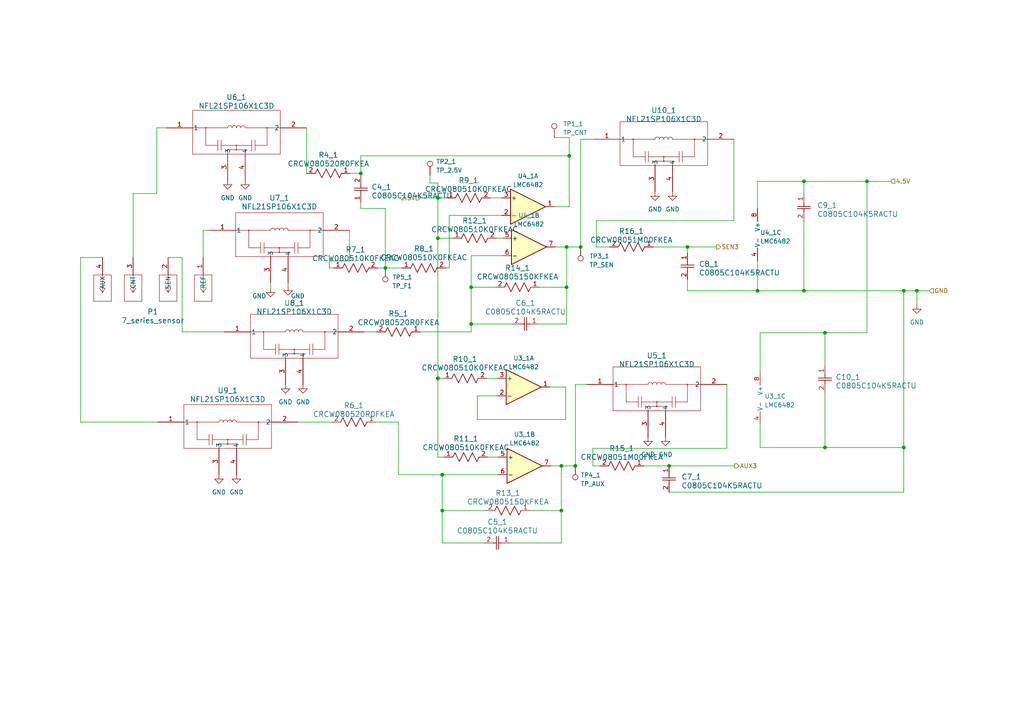
<source format=kicad_sch>
(kicad_sch (version 20230121) (generator eeschema)

  (uuid a23f4357-244d-4219-a060-3eb9e6d95b6b)

  (paper "A4")

  (lib_symbols
    (symbol "2023-07-19_08-42-50:NFL21SP106X1C3D" (pin_names (offset 0.254)) (in_bom yes) (on_board yes)
      (property "Reference" "U" (at 20.32 10.16 0)
        (effects (font (size 1.524 1.524)))
      )
      (property "Value" "NFL21SP106X1C3D" (at 20.32 7.62 0)
        (effects (font (size 1.524 1.524)))
      )
      (property "Footprint" "GCAP_NFL21SP106X1C3D_MUR" (at 0 0 0)
        (effects (font (size 1.27 1.27) italic) hide)
      )
      (property "Datasheet" "NFL21SP106X1C3D" (at 0 0 0)
        (effects (font (size 1.27 1.27) italic) hide)
      )
      (property "ki_locked" "" (at 0 0 0)
        (effects (font (size 1.27 1.27)))
      )
      (property "ki_keywords" "NFL21SP106X1C3D" (at 0 0 0)
        (effects (font (size 1.27 1.27)) hide)
      )
      (property "ki_fp_filters" "GCAP_NFL21SP106X1C3D_MUR GCAP_NFL21SP106X1C3D_MUR-M GCAP_NFL21SP106X1C3D_MUR-L" (at 0 0 0)
        (effects (font (size 1.27 1.27)) hide)
      )
      (symbol "NFL21SP106X1C3D_0_1"
        (polyline
          (pts
            (xy 7.62 -7.62)
            (xy 33.02 -7.62)
          )
          (stroke (width 0.127) (type default))
          (fill (type none))
        )
        (polyline
          (pts
            (xy 7.62 0)
            (xy 17.78 0)
          )
          (stroke (width 0.127) (type default))
          (fill (type none))
        )
        (polyline
          (pts
            (xy 7.62 5.08)
            (xy 7.62 -7.62)
          )
          (stroke (width 0.127) (type default))
          (fill (type none))
        )
        (polyline
          (pts
            (xy 11.43 -5.08)
            (xy 14.9225 -5.08)
          )
          (stroke (width 0.127) (type default))
          (fill (type none))
        )
        (polyline
          (pts
            (xy 11.43 0)
            (xy 11.43 -5.08)
          )
          (stroke (width 0.127) (type default))
          (fill (type none))
        )
        (polyline
          (pts
            (xy 14.9225 -3.4925)
            (xy 14.9225 -6.6675)
          )
          (stroke (width 0.127) (type default))
          (fill (type none))
        )
        (polyline
          (pts
            (xy 15.875 -6.6675)
            (xy 15.875 -3.4925)
          )
          (stroke (width 0.127) (type default))
          (fill (type none))
        )
        (polyline
          (pts
            (xy 17.78 -6.35)
            (xy 17.78 -7.62)
          )
          (stroke (width 0.127) (type default))
          (fill (type none))
        )
        (polyline
          (pts
            (xy 17.78 -6.35)
            (xy 22.86 -6.35)
          )
          (stroke (width 0.127) (type default))
          (fill (type none))
        )
        (polyline
          (pts
            (xy 20.32 -6.35)
            (xy 20.32 -5.08)
          )
          (stroke (width 0.127) (type default))
          (fill (type none))
        )
        (polyline
          (pts
            (xy 22.86 -6.35)
            (xy 22.86 -7.62)
          )
          (stroke (width 0.127) (type default))
          (fill (type none))
        )
        (polyline
          (pts
            (xy 22.86 0)
            (xy 33.02 0)
          )
          (stroke (width 0.127) (type default))
          (fill (type none))
        )
        (polyline
          (pts
            (xy 24.765 -5.08)
            (xy 15.875 -5.08)
          )
          (stroke (width 0.127) (type default))
          (fill (type none))
        )
        (polyline
          (pts
            (xy 24.765 -3.4925)
            (xy 24.765 -6.6675)
          )
          (stroke (width 0.127) (type default))
          (fill (type none))
        )
        (polyline
          (pts
            (xy 25.7175 -5.08)
            (xy 29.21 -5.08)
          )
          (stroke (width 0.127) (type default))
          (fill (type none))
        )
        (polyline
          (pts
            (xy 25.7175 -3.4925)
            (xy 25.7175 -6.6675)
          )
          (stroke (width 0.127) (type default))
          (fill (type none))
        )
        (polyline
          (pts
            (xy 29.21 0)
            (xy 29.21 -5.08)
          )
          (stroke (width 0.127) (type default))
          (fill (type none))
        )
        (polyline
          (pts
            (xy 33.02 -7.62)
            (xy 33.02 5.08)
          )
          (stroke (width 0.127) (type default))
          (fill (type none))
        )
        (polyline
          (pts
            (xy 33.02 5.08)
            (xy 7.62 5.08)
          )
          (stroke (width 0.127) (type default))
          (fill (type none))
        )
        (circle (center 11.43 0) (radius 0.127)
          (stroke (width 0.127) (type default))
          (fill (type none))
        )
        (arc (start 19.05 0) (mid 18.415 0.6323) (end 17.78 0)
          (stroke (width 0.127) (type default))
          (fill (type none))
        )
        (circle (center 20.32 -6.35) (radius 0.127)
          (stroke (width 0.127) (type default))
          (fill (type none))
        )
        (circle (center 20.32 -5.08) (radius 0.127)
          (stroke (width 0.127) (type default))
          (fill (type none))
        )
        (arc (start 20.32 0) (mid 19.685 0.6323) (end 19.05 0)
          (stroke (width 0.127) (type default))
          (fill (type none))
        )
        (arc (start 21.59 0) (mid 20.955 0.6323) (end 20.32 0)
          (stroke (width 0.127) (type default))
          (fill (type none))
        )
        (arc (start 22.86 0) (mid 22.225 0.6323) (end 21.59 0)
          (stroke (width 0.127) (type default))
          (fill (type none))
        )
        (circle (center 29.21 0) (radius 0.127)
          (stroke (width 0.127) (type default))
          (fill (type none))
        )
        (pin unspecified line (at 0 0 0) (length 7.62)
          (name "1" (effects (font (size 1.27 1.27))))
          (number "1" (effects (font (size 1.27 1.27))))
        )
        (pin unspecified line (at 40.64 0 180) (length 7.62)
          (name "2" (effects (font (size 1.27 1.27))))
          (number "2" (effects (font (size 1.27 1.27))))
        )
        (pin unspecified line (at 17.78 -15.24 90) (length 7.62)
          (name "3" (effects (font (size 1.27 1.27))))
          (number "3" (effects (font (size 1.27 1.27))))
        )
        (pin unspecified line (at 22.86 -15.24 90) (length 7.62)
          (name "4" (effects (font (size 1.27 1.27))))
          (number "4" (effects (font (size 1.27 1.27))))
        )
      )
    )
    (symbol "7_series_sensor:7_series_sensor" (pin_names (offset 0.254)) (in_bom yes) (on_board yes)
      (property "Reference" "J" (at 8.89 6.35 0)
        (effects (font (size 1.524 1.524)))
      )
      (property "Value" "7_series_sensor" (at -2.54 6.35 0)
        (effects (font (size 1.524 1.524)))
      )
      (property "Footprint" "CONN_0331-0-15-15-18-14-10-0_MIM" (at 1.27 -5.08 0)
        (effects (font (size 1.27 1.27) italic) hide)
      )
      (property "Datasheet" "0331-0-15-15-18-14-10-0" (at 1.27 -2.54 0)
        (effects (font (size 1.27 1.27) italic) hide)
      )
      (property "ki_locked" "" (at 0 0 0)
        (effects (font (size 1.27 1.27)))
      )
      (property "ki_keywords" "0331-0-15-15-18-14-10-0" (at 0 0 0)
        (effects (font (size 1.27 1.27)) hide)
      )
      (property "ki_fp_filters" "CONN_0331-0-15-15-18-14-10-0_MIM" (at 0 0 0)
        (effects (font (size 1.27 1.27)) hide)
      )
      (symbol "7_series_sensor_1_1"
        (polyline
          (pts
            (xy -36.83 7.62)
            (xy -31.75 7.62)
          )
          (stroke (width 0.127) (type default))
          (fill (type none))
        )
        (polyline
          (pts
            (xy -36.83 15.24)
            (xy -36.83 7.62)
          )
          (stroke (width 0.127) (type default))
          (fill (type none))
        )
        (polyline
          (pts
            (xy -34.29 10.16)
            (xy -35.1367 11.43)
          )
          (stroke (width 0.127) (type default))
          (fill (type none))
        )
        (polyline
          (pts
            (xy -34.29 10.16)
            (xy -34.29 15.24)
          )
          (stroke (width 0.127) (type default))
          (fill (type none))
        )
        (polyline
          (pts
            (xy -34.29 10.16)
            (xy -33.4433 11.43)
          )
          (stroke (width 0.127) (type default))
          (fill (type none))
        )
        (polyline
          (pts
            (xy -31.75 7.62)
            (xy -31.75 15.24)
          )
          (stroke (width 0.127) (type default))
          (fill (type none))
        )
        (polyline
          (pts
            (xy -31.75 15.24)
            (xy -36.83 15.24)
          )
          (stroke (width 0.127) (type default))
          (fill (type none))
        )
        (polyline
          (pts
            (xy -27.94 7.62)
            (xy -22.86 7.62)
          )
          (stroke (width 0.127) (type default))
          (fill (type none))
        )
        (polyline
          (pts
            (xy -27.94 15.24)
            (xy -27.94 7.62)
          )
          (stroke (width 0.127) (type default))
          (fill (type none))
        )
        (polyline
          (pts
            (xy -25.4 10.16)
            (xy -26.2467 11.43)
          )
          (stroke (width 0.127) (type default))
          (fill (type none))
        )
        (polyline
          (pts
            (xy -25.4 10.16)
            (xy -25.4 15.24)
          )
          (stroke (width 0.127) (type default))
          (fill (type none))
        )
        (polyline
          (pts
            (xy -25.4 10.16)
            (xy -24.5533 11.43)
          )
          (stroke (width 0.127) (type default))
          (fill (type none))
        )
        (polyline
          (pts
            (xy -22.86 7.62)
            (xy -22.86 15.24)
          )
          (stroke (width 0.127) (type default))
          (fill (type none))
        )
        (polyline
          (pts
            (xy -22.86 15.24)
            (xy -27.94 15.24)
          )
          (stroke (width 0.127) (type default))
          (fill (type none))
        )
        (polyline
          (pts
            (xy -17.78 7.62)
            (xy -12.7 7.62)
          )
          (stroke (width 0.127) (type default))
          (fill (type none))
        )
        (polyline
          (pts
            (xy -17.78 15.24)
            (xy -17.78 7.62)
          )
          (stroke (width 0.127) (type default))
          (fill (type none))
        )
        (polyline
          (pts
            (xy -15.24 10.16)
            (xy -16.0867 11.43)
          )
          (stroke (width 0.127) (type default))
          (fill (type none))
        )
        (polyline
          (pts
            (xy -15.24 10.16)
            (xy -15.24 15.24)
          )
          (stroke (width 0.127) (type default))
          (fill (type none))
        )
        (polyline
          (pts
            (xy -15.24 10.16)
            (xy -14.3933 11.43)
          )
          (stroke (width 0.127) (type default))
          (fill (type none))
        )
        (polyline
          (pts
            (xy -12.7 7.62)
            (xy -12.7 15.24)
          )
          (stroke (width 0.127) (type default))
          (fill (type none))
        )
        (polyline
          (pts
            (xy -12.7 15.24)
            (xy -17.78 15.24)
          )
          (stroke (width 0.127) (type default))
          (fill (type none))
        )
        (polyline
          (pts
            (xy -7.62 7.62)
            (xy -2.54 7.62)
          )
          (stroke (width 0.127) (type default))
          (fill (type none))
        )
        (polyline
          (pts
            (xy -7.62 15.24)
            (xy -7.62 7.62)
          )
          (stroke (width 0.127) (type default))
          (fill (type none))
        )
        (polyline
          (pts
            (xy -5.08 10.16)
            (xy -5.9267 11.43)
          )
          (stroke (width 0.127) (type default))
          (fill (type none))
        )
        (polyline
          (pts
            (xy -5.08 10.16)
            (xy -5.08 15.24)
          )
          (stroke (width 0.127) (type default))
          (fill (type none))
        )
        (polyline
          (pts
            (xy -5.08 10.16)
            (xy -4.2333 11.43)
          )
          (stroke (width 0.127) (type default))
          (fill (type none))
        )
        (polyline
          (pts
            (xy -2.54 7.62)
            (xy -2.54 15.24)
          )
          (stroke (width 0.127) (type default))
          (fill (type none))
        )
        (polyline
          (pts
            (xy -2.54 15.24)
            (xy -7.62 15.24)
          )
          (stroke (width 0.127) (type default))
          (fill (type none))
        )
        (pin bidirectional line (at -5.08 20.32 270) (length 5.08)
          (name "REF" (effects (font (size 1.27 1.27))))
          (number "1" (effects (font (size 1.27 1.27))))
        )
        (pin bidirectional line (at -15.24 20.32 270) (length 5.08)
          (name "SEN" (effects (font (size 1.27 1.27))))
          (number "2" (effects (font (size 1.27 1.27))))
        )
        (pin bidirectional line (at -25.4 20.32 270) (length 5.08)
          (name "CNT" (effects (font (size 1.27 1.27))))
          (number "3" (effects (font (size 1.27 1.27))))
        )
        (pin bidirectional line (at -34.29 20.32 270) (length 5.08)
          (name "AUX" (effects (font (size 1.27 1.27))))
          (number "4" (effects (font (size 1.27 1.27))))
        )
      )
      (symbol "7_series_sensor_1_2"
        (polyline
          (pts
            (xy 5.08 -2.54)
            (xy 12.7 -2.54)
          )
          (stroke (width 0.127) (type default))
          (fill (type none))
        )
        (polyline
          (pts
            (xy 5.08 2.54)
            (xy 5.08 -2.54)
          )
          (stroke (width 0.127) (type default))
          (fill (type none))
        )
        (polyline
          (pts
            (xy 7.62 0)
            (xy 5.08 0)
          )
          (stroke (width 0.127) (type default))
          (fill (type none))
        )
        (polyline
          (pts
            (xy 7.62 0)
            (xy 8.89 -0.8467)
          )
          (stroke (width 0.127) (type default))
          (fill (type none))
        )
        (polyline
          (pts
            (xy 7.62 0)
            (xy 8.89 0.8467)
          )
          (stroke (width 0.127) (type default))
          (fill (type none))
        )
        (polyline
          (pts
            (xy 12.7 -2.54)
            (xy 12.7 2.54)
          )
          (stroke (width 0.127) (type default))
          (fill (type none))
        )
        (polyline
          (pts
            (xy 12.7 2.54)
            (xy 5.08 2.54)
          )
          (stroke (width 0.127) (type default))
          (fill (type none))
        )
        (pin unspecified line (at 0 0 0) (length 5.08)
          (name "1" (effects (font (size 1.27 1.27))))
          (number "1" (effects (font (size 1.27 1.27))))
        )
      )
    )
    (symbol "Amplifier_Operational:LMC6482" (pin_names (offset 0.127)) (in_bom yes) (on_board yes)
      (property "Reference" "U" (at 0 5.08 0)
        (effects (font (size 1.27 1.27)) (justify left))
      )
      (property "Value" "LMC6482" (at 0 -5.08 0)
        (effects (font (size 1.27 1.27)) (justify left))
      )
      (property "Footprint" "" (at 0 0 0)
        (effects (font (size 1.27 1.27)) hide)
      )
      (property "Datasheet" "http://www.ti.com/lit/ds/symlink/lmc6482.pdf" (at 0 0 0)
        (effects (font (size 1.27 1.27)) hide)
      )
      (property "ki_locked" "" (at 0 0 0)
        (effects (font (size 1.27 1.27)))
      )
      (property "ki_keywords" "dual opamp" (at 0 0 0)
        (effects (font (size 1.27 1.27)) hide)
      )
      (property "ki_description" "Dual CMOS Rail-to-Rail Input and Output Operational Amplifier, DIP-8/SOIC-8, SSOP-8" (at 0 0 0)
        (effects (font (size 1.27 1.27)) hide)
      )
      (property "ki_fp_filters" "SOIC*3.9x4.9mm*P1.27mm* DIP*W7.62mm* TO*99* OnSemi*Micro8* TSSOP*3x3mm*P0.65mm* TSSOP*4.4x3mm*P0.65mm* MSOP*3x3mm*P0.65mm* SSOP*3.9x4.9mm*P0.635mm* LFCSP*2x2mm*P0.5mm* *SIP* SOIC*5.3x6.2mm*P1.27mm*" (at 0 0 0)
        (effects (font (size 1.27 1.27)) hide)
      )
      (symbol "LMC6482_1_1"
        (polyline
          (pts
            (xy -5.08 5.08)
            (xy 5.08 0)
            (xy -5.08 -5.08)
            (xy -5.08 5.08)
          )
          (stroke (width 0.254) (type default))
          (fill (type background))
        )
        (pin output line (at 7.62 0 180) (length 2.54)
          (name "~" (effects (font (size 1.27 1.27))))
          (number "1" (effects (font (size 1.27 1.27))))
        )
        (pin input line (at -7.62 -2.54 0) (length 2.54)
          (name "-" (effects (font (size 1.27 1.27))))
          (number "2" (effects (font (size 1.27 1.27))))
        )
        (pin input line (at -7.62 2.54 0) (length 2.54)
          (name "+" (effects (font (size 1.27 1.27))))
          (number "3" (effects (font (size 1.27 1.27))))
        )
      )
      (symbol "LMC6482_2_1"
        (polyline
          (pts
            (xy -5.08 5.08)
            (xy 5.08 0)
            (xy -5.08 -5.08)
            (xy -5.08 5.08)
          )
          (stroke (width 0.254) (type default))
          (fill (type background))
        )
        (pin input line (at -7.62 2.54 0) (length 2.54)
          (name "+" (effects (font (size 1.27 1.27))))
          (number "5" (effects (font (size 1.27 1.27))))
        )
        (pin input line (at -7.62 -2.54 0) (length 2.54)
          (name "-" (effects (font (size 1.27 1.27))))
          (number "6" (effects (font (size 1.27 1.27))))
        )
        (pin output line (at 7.62 0 180) (length 2.54)
          (name "~" (effects (font (size 1.27 1.27))))
          (number "7" (effects (font (size 1.27 1.27))))
        )
      )
      (symbol "LMC6482_3_1"
        (pin power_in line (at -2.54 -7.62 90) (length 3.81)
          (name "V-" (effects (font (size 1.27 1.27))))
          (number "4" (effects (font (size 1.27 1.27))))
        )
        (pin power_in line (at -2.54 7.62 270) (length 3.81)
          (name "V+" (effects (font (size 1.27 1.27))))
          (number "8" (effects (font (size 1.27 1.27))))
        )
      )
    )
    (symbol "Connector:TestPoint" (pin_numbers hide) (pin_names (offset 0.762) hide) (in_bom yes) (on_board yes)
      (property "Reference" "TP" (at 0 6.858 0)
        (effects (font (size 1.27 1.27)))
      )
      (property "Value" "TestPoint" (at 0 5.08 0)
        (effects (font (size 1.27 1.27)))
      )
      (property "Footprint" "" (at 5.08 0 0)
        (effects (font (size 1.27 1.27)) hide)
      )
      (property "Datasheet" "~" (at 5.08 0 0)
        (effects (font (size 1.27 1.27)) hide)
      )
      (property "ki_keywords" "test point tp" (at 0 0 0)
        (effects (font (size 1.27 1.27)) hide)
      )
      (property "ki_description" "test point" (at 0 0 0)
        (effects (font (size 1.27 1.27)) hide)
      )
      (property "ki_fp_filters" "Pin* Test*" (at 0 0 0)
        (effects (font (size 1.27 1.27)) hide)
      )
      (symbol "TestPoint_0_1"
        (circle (center 0 3.302) (radius 0.762)
          (stroke (width 0) (type default))
          (fill (type none))
        )
      )
      (symbol "TestPoint_1_1"
        (pin passive line (at 0 0 90) (length 2.54)
          (name "1" (effects (font (size 1.27 1.27))))
          (number "1" (effects (font (size 1.27 1.27))))
        )
      )
    )
    (symbol "Vishay_10k:CRCW080510K0FKEAC" (pin_names (offset 0.254)) (in_bom yes) (on_board yes)
      (property "Reference" "R" (at 5.715 3.81 0)
        (effects (font (size 1.524 1.524)))
      )
      (property "Value" "CRCW080510K0FKEAC" (at 6.35 -3.81 0)
        (effects (font (size 1.524 1.524)))
      )
      (property "Footprint" "RES_CRCW_0805_VIS" (at 0 0 0)
        (effects (font (size 1.27 1.27) italic) hide)
      )
      (property "Datasheet" "CRCW080510K0FKEAC" (at 0 0 0)
        (effects (font (size 1.27 1.27) italic) hide)
      )
      (property "ki_locked" "" (at 0 0 0)
        (effects (font (size 1.27 1.27)))
      )
      (property "ki_keywords" "CRCW080510K0FKEAC" (at 0 0 0)
        (effects (font (size 1.27 1.27)) hide)
      )
      (property "ki_fp_filters" "RES_CRCW_0805_VIS RES_CRCW_0805_VIS-M RES_CRCW_0805_VIS-L" (at 0 0 0)
        (effects (font (size 1.27 1.27)) hide)
      )
      (symbol "CRCW080510K0FKEAC_1_1"
        (polyline
          (pts
            (xy 2.54 0)
            (xy 3.175 1.27)
          )
          (stroke (width 0.2032) (type default))
          (fill (type none))
        )
        (polyline
          (pts
            (xy 3.175 1.27)
            (xy 4.445 -1.27)
          )
          (stroke (width 0.2032) (type default))
          (fill (type none))
        )
        (polyline
          (pts
            (xy 4.445 -1.27)
            (xy 5.715 1.27)
          )
          (stroke (width 0.2032) (type default))
          (fill (type none))
        )
        (polyline
          (pts
            (xy 5.715 1.27)
            (xy 6.985 -1.27)
          )
          (stroke (width 0.2032) (type default))
          (fill (type none))
        )
        (polyline
          (pts
            (xy 6.985 -1.27)
            (xy 8.255 1.27)
          )
          (stroke (width 0.2032) (type default))
          (fill (type none))
        )
        (polyline
          (pts
            (xy 8.255 1.27)
            (xy 9.525 -1.27)
          )
          (stroke (width 0.2032) (type default))
          (fill (type none))
        )
        (polyline
          (pts
            (xy 9.525 -1.27)
            (xy 10.16 0)
          )
          (stroke (width 0.2032) (type default))
          (fill (type none))
        )
        (pin unspecified line (at 0 0 0) (length 2.54)
          (name "" (effects (font (size 1.27 1.27))))
          (number "1" (effects (font (size 1.27 1.27))))
        )
        (pin unspecified line (at 12.7 0 180) (length 2.54)
          (name "" (effects (font (size 1.27 1.27))))
          (number "2" (effects (font (size 1.27 1.27))))
        )
      )
      (symbol "CRCW080510K0FKEAC_1_2"
        (polyline
          (pts
            (xy -1.27 3.175)
            (xy 1.27 4.445)
          )
          (stroke (width 0.2032) (type default))
          (fill (type none))
        )
        (polyline
          (pts
            (xy -1.27 5.715)
            (xy 1.27 6.985)
          )
          (stroke (width 0.2032) (type default))
          (fill (type none))
        )
        (polyline
          (pts
            (xy -1.27 8.255)
            (xy 1.27 9.525)
          )
          (stroke (width 0.2032) (type default))
          (fill (type none))
        )
        (polyline
          (pts
            (xy 0 2.54)
            (xy -1.27 3.175)
          )
          (stroke (width 0.2032) (type default))
          (fill (type none))
        )
        (polyline
          (pts
            (xy 1.27 4.445)
            (xy -1.27 5.715)
          )
          (stroke (width 0.2032) (type default))
          (fill (type none))
        )
        (polyline
          (pts
            (xy 1.27 6.985)
            (xy -1.27 8.255)
          )
          (stroke (width 0.2032) (type default))
          (fill (type none))
        )
        (polyline
          (pts
            (xy 1.27 9.525)
            (xy 0 10.16)
          )
          (stroke (width 0.2032) (type default))
          (fill (type none))
        )
        (pin unspecified line (at 0 12.7 270) (length 2.54)
          (name "" (effects (font (size 1.27 1.27))))
          (number "1" (effects (font (size 1.27 1.27))))
        )
        (pin unspecified line (at 0 0 90) (length 2.54)
          (name "" (effects (font (size 1.27 1.27))))
          (number "2" (effects (font (size 1.27 1.27))))
        )
      )
    )
    (symbol "Vishay_150k:CRCW0805150KFKEA" (pin_names (offset 0.254)) (in_bom yes) (on_board yes)
      (property "Reference" "R" (at 5.715 3.81 0)
        (effects (font (size 1.524 1.524)))
      )
      (property "Value" "CRCW0805150KFKEA" (at 6.35 -3.81 0)
        (effects (font (size 1.524 1.524)))
      )
      (property "Footprint" "RC0805N_VIS" (at 0 0 0)
        (effects (font (size 1.27 1.27) italic) hide)
      )
      (property "Datasheet" "CRCW0805150KFKEA" (at 0 0 0)
        (effects (font (size 1.27 1.27) italic) hide)
      )
      (property "ki_locked" "" (at 0 0 0)
        (effects (font (size 1.27 1.27)))
      )
      (property "ki_keywords" "CRCW0805150KFKEA" (at 0 0 0)
        (effects (font (size 1.27 1.27)) hide)
      )
      (property "ki_fp_filters" "RC0805N_VIS RC0805N_VIS-M RC0805N_VIS-L" (at 0 0 0)
        (effects (font (size 1.27 1.27)) hide)
      )
      (symbol "CRCW0805150KFKEA_1_1"
        (polyline
          (pts
            (xy 2.54 0)
            (xy 3.175 1.27)
          )
          (stroke (width 0.2032) (type default))
          (fill (type none))
        )
        (polyline
          (pts
            (xy 3.175 1.27)
            (xy 4.445 -1.27)
          )
          (stroke (width 0.2032) (type default))
          (fill (type none))
        )
        (polyline
          (pts
            (xy 4.445 -1.27)
            (xy 5.715 1.27)
          )
          (stroke (width 0.2032) (type default))
          (fill (type none))
        )
        (polyline
          (pts
            (xy 5.715 1.27)
            (xy 6.985 -1.27)
          )
          (stroke (width 0.2032) (type default))
          (fill (type none))
        )
        (polyline
          (pts
            (xy 6.985 -1.27)
            (xy 8.255 1.27)
          )
          (stroke (width 0.2032) (type default))
          (fill (type none))
        )
        (polyline
          (pts
            (xy 8.255 1.27)
            (xy 9.525 -1.27)
          )
          (stroke (width 0.2032) (type default))
          (fill (type none))
        )
        (polyline
          (pts
            (xy 9.525 -1.27)
            (xy 10.16 0)
          )
          (stroke (width 0.2032) (type default))
          (fill (type none))
        )
        (pin unspecified line (at 12.7 0 180) (length 2.54)
          (name "" (effects (font (size 1.27 1.27))))
          (number "1" (effects (font (size 1.27 1.27))))
        )
        (pin unspecified line (at 0 0 0) (length 2.54)
          (name "" (effects (font (size 1.27 1.27))))
          (number "2" (effects (font (size 1.27 1.27))))
        )
      )
      (symbol "CRCW0805150KFKEA_1_2"
        (polyline
          (pts
            (xy -1.27 3.175)
            (xy 1.27 4.445)
          )
          (stroke (width 0.2032) (type default))
          (fill (type none))
        )
        (polyline
          (pts
            (xy -1.27 5.715)
            (xy 1.27 6.985)
          )
          (stroke (width 0.2032) (type default))
          (fill (type none))
        )
        (polyline
          (pts
            (xy -1.27 8.255)
            (xy 1.27 9.525)
          )
          (stroke (width 0.2032) (type default))
          (fill (type none))
        )
        (polyline
          (pts
            (xy 0 2.54)
            (xy -1.27 3.175)
          )
          (stroke (width 0.2032) (type default))
          (fill (type none))
        )
        (polyline
          (pts
            (xy 1.27 4.445)
            (xy -1.27 5.715)
          )
          (stroke (width 0.2032) (type default))
          (fill (type none))
        )
        (polyline
          (pts
            (xy 1.27 6.985)
            (xy -1.27 8.255)
          )
          (stroke (width 0.2032) (type default))
          (fill (type none))
        )
        (polyline
          (pts
            (xy 1.27 9.525)
            (xy 0 10.16)
          )
          (stroke (width 0.2032) (type default))
          (fill (type none))
        )
        (pin unspecified line (at 0 12.7 270) (length 2.54)
          (name "" (effects (font (size 1.27 1.27))))
          (number "1" (effects (font (size 1.27 1.27))))
        )
        (pin unspecified line (at 0 0 90) (length 2.54)
          (name "" (effects (font (size 1.27 1.27))))
          (number "2" (effects (font (size 1.27 1.27))))
        )
      )
    )
    (symbol "Vishay_1M:CRCW08051M00FKEA" (pin_names (offset 0.254)) (in_bom yes) (on_board yes)
      (property "Reference" "R" (at 5.715 3.81 0)
        (effects (font (size 1.524 1.524)))
      )
      (property "Value" "CRCW08051M00FKEA" (at 6.35 -3.81 0)
        (effects (font (size 1.524 1.524)))
      )
      (property "Footprint" "RES_CRCW_0805" (at 0 0 0)
        (effects (font (size 1.27 1.27) italic) hide)
      )
      (property "Datasheet" "CRCW08051M00FKEA" (at 0 0 0)
        (effects (font (size 1.27 1.27) italic) hide)
      )
      (property "ki_locked" "" (at 0 0 0)
        (effects (font (size 1.27 1.27)))
      )
      (property "ki_keywords" "CRCW08051M00FKEA" (at 0 0 0)
        (effects (font (size 1.27 1.27)) hide)
      )
      (property "ki_fp_filters" "RES_CRCW_0805 RES_CRCW_0805-M RES_CRCW_0805-L" (at 0 0 0)
        (effects (font (size 1.27 1.27)) hide)
      )
      (symbol "CRCW08051M00FKEA_1_1"
        (polyline
          (pts
            (xy 2.54 0)
            (xy 3.175 1.27)
          )
          (stroke (width 0.2032) (type default))
          (fill (type none))
        )
        (polyline
          (pts
            (xy 3.175 1.27)
            (xy 4.445 -1.27)
          )
          (stroke (width 0.2032) (type default))
          (fill (type none))
        )
        (polyline
          (pts
            (xy 4.445 -1.27)
            (xy 5.715 1.27)
          )
          (stroke (width 0.2032) (type default))
          (fill (type none))
        )
        (polyline
          (pts
            (xy 5.715 1.27)
            (xy 6.985 -1.27)
          )
          (stroke (width 0.2032) (type default))
          (fill (type none))
        )
        (polyline
          (pts
            (xy 6.985 -1.27)
            (xy 8.255 1.27)
          )
          (stroke (width 0.2032) (type default))
          (fill (type none))
        )
        (polyline
          (pts
            (xy 8.255 1.27)
            (xy 9.525 -1.27)
          )
          (stroke (width 0.2032) (type default))
          (fill (type none))
        )
        (polyline
          (pts
            (xy 9.525 -1.27)
            (xy 10.16 0)
          )
          (stroke (width 0.2032) (type default))
          (fill (type none))
        )
        (pin unspecified line (at 12.7 0 180) (length 2.54)
          (name "" (effects (font (size 1.27 1.27))))
          (number "1" (effects (font (size 1.27 1.27))))
        )
        (pin unspecified line (at 0 0 0) (length 2.54)
          (name "" (effects (font (size 1.27 1.27))))
          (number "2" (effects (font (size 1.27 1.27))))
        )
      )
      (symbol "CRCW08051M00FKEA_1_2"
        (polyline
          (pts
            (xy -1.27 3.175)
            (xy 1.27 4.445)
          )
          (stroke (width 0.2032) (type default))
          (fill (type none))
        )
        (polyline
          (pts
            (xy -1.27 5.715)
            (xy 1.27 6.985)
          )
          (stroke (width 0.2032) (type default))
          (fill (type none))
        )
        (polyline
          (pts
            (xy -1.27 8.255)
            (xy 1.27 9.525)
          )
          (stroke (width 0.2032) (type default))
          (fill (type none))
        )
        (polyline
          (pts
            (xy 0 2.54)
            (xy -1.27 3.175)
          )
          (stroke (width 0.2032) (type default))
          (fill (type none))
        )
        (polyline
          (pts
            (xy 1.27 4.445)
            (xy -1.27 5.715)
          )
          (stroke (width 0.2032) (type default))
          (fill (type none))
        )
        (polyline
          (pts
            (xy 1.27 6.985)
            (xy -1.27 8.255)
          )
          (stroke (width 0.2032) (type default))
          (fill (type none))
        )
        (polyline
          (pts
            (xy 1.27 9.525)
            (xy 0 10.16)
          )
          (stroke (width 0.2032) (type default))
          (fill (type none))
        )
        (pin unspecified line (at 0 12.7 270) (length 2.54)
          (name "" (effects (font (size 1.27 1.27))))
          (number "1" (effects (font (size 1.27 1.27))))
        )
        (pin unspecified line (at 0 0 90) (length 2.54)
          (name "" (effects (font (size 1.27 1.27))))
          (number "2" (effects (font (size 1.27 1.27))))
        )
      )
    )
    (symbol "Vishay_20R:CRCW080520R0FKEA" (pin_names (offset 0.254)) (in_bom yes) (on_board yes)
      (property "Reference" "R" (at 5.715 3.81 0)
        (effects (font (size 1.524 1.524)))
      )
      (property "Value" "CRCW080520R0FKEA" (at 6.35 -3.81 0)
        (effects (font (size 1.524 1.524)))
      )
      (property "Footprint" "RC0805N_VIS" (at 0 0 0)
        (effects (font (size 1.27 1.27) italic) hide)
      )
      (property "Datasheet" "CRCW080520R0FKEA" (at 0 0 0)
        (effects (font (size 1.27 1.27) italic) hide)
      )
      (property "ki_locked" "" (at 0 0 0)
        (effects (font (size 1.27 1.27)))
      )
      (property "ki_keywords" "CRCW080520R0FKEA" (at 0 0 0)
        (effects (font (size 1.27 1.27)) hide)
      )
      (property "ki_fp_filters" "RC0805N_VIS RC0805N_VIS-M RC0805N_VIS-L" (at 0 0 0)
        (effects (font (size 1.27 1.27)) hide)
      )
      (symbol "CRCW080520R0FKEA_1_1"
        (polyline
          (pts
            (xy 2.54 0)
            (xy 3.175 1.27)
          )
          (stroke (width 0.2032) (type default))
          (fill (type none))
        )
        (polyline
          (pts
            (xy 3.175 1.27)
            (xy 4.445 -1.27)
          )
          (stroke (width 0.2032) (type default))
          (fill (type none))
        )
        (polyline
          (pts
            (xy 4.445 -1.27)
            (xy 5.715 1.27)
          )
          (stroke (width 0.2032) (type default))
          (fill (type none))
        )
        (polyline
          (pts
            (xy 5.715 1.27)
            (xy 6.985 -1.27)
          )
          (stroke (width 0.2032) (type default))
          (fill (type none))
        )
        (polyline
          (pts
            (xy 6.985 -1.27)
            (xy 8.255 1.27)
          )
          (stroke (width 0.2032) (type default))
          (fill (type none))
        )
        (polyline
          (pts
            (xy 8.255 1.27)
            (xy 9.525 -1.27)
          )
          (stroke (width 0.2032) (type default))
          (fill (type none))
        )
        (polyline
          (pts
            (xy 9.525 -1.27)
            (xy 10.16 0)
          )
          (stroke (width 0.2032) (type default))
          (fill (type none))
        )
        (pin unspecified line (at 12.7 0 180) (length 2.54)
          (name "" (effects (font (size 1.27 1.27))))
          (number "1" (effects (font (size 1.27 1.27))))
        )
        (pin unspecified line (at 0 0 0) (length 2.54)
          (name "" (effects (font (size 1.27 1.27))))
          (number "2" (effects (font (size 1.27 1.27))))
        )
      )
      (symbol "CRCW080520R0FKEA_1_2"
        (polyline
          (pts
            (xy -1.27 3.175)
            (xy 1.27 4.445)
          )
          (stroke (width 0.2032) (type default))
          (fill (type none))
        )
        (polyline
          (pts
            (xy -1.27 5.715)
            (xy 1.27 6.985)
          )
          (stroke (width 0.2032) (type default))
          (fill (type none))
        )
        (polyline
          (pts
            (xy -1.27 8.255)
            (xy 1.27 9.525)
          )
          (stroke (width 0.2032) (type default))
          (fill (type none))
        )
        (polyline
          (pts
            (xy 0 2.54)
            (xy -1.27 3.175)
          )
          (stroke (width 0.2032) (type default))
          (fill (type none))
        )
        (polyline
          (pts
            (xy 1.27 4.445)
            (xy -1.27 5.715)
          )
          (stroke (width 0.2032) (type default))
          (fill (type none))
        )
        (polyline
          (pts
            (xy 1.27 6.985)
            (xy -1.27 8.255)
          )
          (stroke (width 0.2032) (type default))
          (fill (type none))
        )
        (polyline
          (pts
            (xy 1.27 9.525)
            (xy 0 10.16)
          )
          (stroke (width 0.2032) (type default))
          (fill (type none))
        )
        (pin unspecified line (at 0 12.7 270) (length 2.54)
          (name "" (effects (font (size 1.27 1.27))))
          (number "1" (effects (font (size 1.27 1.27))))
        )
        (pin unspecified line (at 0 0 90) (length 2.54)
          (name "" (effects (font (size 1.27 1.27))))
          (number "2" (effects (font (size 1.27 1.27))))
        )
      )
    )
    (symbol "kemet_0.1uf:C0805C104K5RACTU" (pin_names (offset 0.254)) (in_bom yes) (on_board yes)
      (property "Reference" "C" (at 3.81 3.81 0)
        (effects (font (size 1.524 1.524)))
      )
      (property "Value" "C0805C104K5RACTU" (at 3.81 -3.81 0)
        (effects (font (size 1.524 1.524)))
      )
      (property "Footprint" "CAPC220145_88N_KEM" (at 0 0 0)
        (effects (font (size 1.27 1.27) italic) hide)
      )
      (property "Datasheet" "C0805C104K5RACTU" (at 0 0 0)
        (effects (font (size 1.27 1.27) italic) hide)
      )
      (property "ki_locked" "" (at 0 0 0)
        (effects (font (size 1.27 1.27)))
      )
      (property "ki_keywords" "C0805C104K5RACTU" (at 0 0 0)
        (effects (font (size 1.27 1.27)) hide)
      )
      (property "ki_fp_filters" "CAPC220145_88N_KEM CAPC220145_88N_KEM-M CAPC220145_88N_KEM-L" (at 0 0 0)
        (effects (font (size 1.27 1.27)) hide)
      )
      (symbol "C0805C104K5RACTU_1_1"
        (polyline
          (pts
            (xy 2.54 0)
            (xy 3.4798 0)
          )
          (stroke (width 0.2032) (type default))
          (fill (type none))
        )
        (polyline
          (pts
            (xy 3.4798 -1.905)
            (xy 3.4798 1.905)
          )
          (stroke (width 0.2032) (type default))
          (fill (type none))
        )
        (polyline
          (pts
            (xy 4.1148 -1.905)
            (xy 4.1148 1.905)
          )
          (stroke (width 0.2032) (type default))
          (fill (type none))
        )
        (polyline
          (pts
            (xy 4.1148 0)
            (xy 5.08 0)
          )
          (stroke (width 0.2032) (type default))
          (fill (type none))
        )
        (pin unspecified line (at 0 0 0) (length 2.54)
          (name "" (effects (font (size 1.27 1.27))))
          (number "1" (effects (font (size 1.27 1.27))))
        )
        (pin unspecified line (at 7.62 0 180) (length 2.54)
          (name "" (effects (font (size 1.27 1.27))))
          (number "2" (effects (font (size 1.27 1.27))))
        )
      )
      (symbol "C0805C104K5RACTU_1_2"
        (polyline
          (pts
            (xy -1.905 -4.1148)
            (xy 1.905 -4.1148)
          )
          (stroke (width 0.2032) (type default))
          (fill (type none))
        )
        (polyline
          (pts
            (xy -1.905 -3.4798)
            (xy 1.905 -3.4798)
          )
          (stroke (width 0.2032) (type default))
          (fill (type none))
        )
        (polyline
          (pts
            (xy 0 -4.1148)
            (xy 0 -5.08)
          )
          (stroke (width 0.2032) (type default))
          (fill (type none))
        )
        (polyline
          (pts
            (xy 0 -2.54)
            (xy 0 -3.4798)
          )
          (stroke (width 0.2032) (type default))
          (fill (type none))
        )
        (pin unspecified line (at 0 0 270) (length 2.54)
          (name "" (effects (font (size 1.27 1.27))))
          (number "1" (effects (font (size 1.27 1.27))))
        )
        (pin unspecified line (at 0 -7.62 90) (length 2.54)
          (name "" (effects (font (size 1.27 1.27))))
          (number "2" (effects (font (size 1.27 1.27))))
        )
      )
    )
    (symbol "power:GND" (power) (pin_names (offset 0)) (in_bom yes) (on_board yes)
      (property "Reference" "#PWR" (at 0 -6.35 0)
        (effects (font (size 1.27 1.27)) hide)
      )
      (property "Value" "GND" (at 0 -3.81 0)
        (effects (font (size 1.27 1.27)))
      )
      (property "Footprint" "" (at 0 0 0)
        (effects (font (size 1.27 1.27)) hide)
      )
      (property "Datasheet" "" (at 0 0 0)
        (effects (font (size 1.27 1.27)) hide)
      )
      (property "ki_keywords" "global power" (at 0 0 0)
        (effects (font (size 1.27 1.27)) hide)
      )
      (property "ki_description" "Power symbol creates a global label with name \"GND\" , ground" (at 0 0 0)
        (effects (font (size 1.27 1.27)) hide)
      )
      (symbol "GND_0_1"
        (polyline
          (pts
            (xy 0 0)
            (xy 0 -1.27)
            (xy 1.27 -1.27)
            (xy 0 -2.54)
            (xy -1.27 -1.27)
            (xy 0 -1.27)
          )
          (stroke (width 0) (type default))
          (fill (type none))
        )
      )
      (symbol "GND_1_1"
        (pin power_in line (at 0 0 270) (length 0) hide
          (name "GND" (effects (font (size 1.27 1.27))))
          (number "1" (effects (font (size 1.27 1.27))))
        )
      )
    )
  )

  (junction (at 136.652 83.312) (diameter 0) (color 0 0 0 0)
    (uuid 03013899-0221-49b4-a6e2-49ae5a21473e)
  )
  (junction (at 104.648 50.292) (diameter 0) (color 0 0 0 0)
    (uuid 06ad9b71-ad7f-4cf1-b151-6bca82902ae0)
  )
  (junction (at 164.338 71.628) (diameter 0) (color 0 0 0 0)
    (uuid 095e9b85-074b-458e-9a4a-888707ed095a)
  )
  (junction (at 127 57.404) (diameter 0) (color 0 0 0 0)
    (uuid 31300cd7-26fb-45ea-a1b1-9de1b1a4f486)
  )
  (junction (at 194.056 135.128) (diameter 0) (color 0 0 0 0)
    (uuid 325ecd4e-94b9-425e-9e40-22b74cd8d678)
  )
  (junction (at 127 69.088) (diameter 0) (color 0 0 0 0)
    (uuid 3e1f43cd-483b-46ff-82a6-250744cee6ff)
  )
  (junction (at 239.268 129.794) (diameter 0) (color 0 0 0 0)
    (uuid 43233d5a-c265-4595-8988-f8276d787dcf)
  )
  (junction (at 265.938 84.328) (diameter 0) (color 0 0 0 0)
    (uuid 4d08b3f3-1914-4e62-bee8-e089f43037e0)
  )
  (junction (at 233.172 52.578) (diameter 0) (color 0 0 0 0)
    (uuid 552efde5-d1c7-4f23-b1a0-7aed5636ab1e)
  )
  (junction (at 166.878 135.128) (diameter 0) (color 0 0 0 0)
    (uuid 5de38627-7e7f-44c7-895a-7f3305d3ab2e)
  )
  (junction (at 239.268 96.52) (diameter 0) (color 0 0 0 0)
    (uuid 5f0fd763-fad3-41e7-8992-f43086aa4aac)
  )
  (junction (at 251.46 52.578) (diameter 0) (color 0 0 0 0)
    (uuid 69d29be2-2562-481e-a94b-d1414d903e08)
  )
  (junction (at 127 109.728) (diameter 0) (color 0 0 0 0)
    (uuid 6aa2a402-a2bf-4e33-be73-e49dcfc0eb37)
  )
  (junction (at 128.27 148.082) (diameter 0) (color 0 0 0 0)
    (uuid 75e2d0df-f429-4ea8-801f-fad523d20415)
  )
  (junction (at 199.39 71.628) (diameter 0) (color 0 0 0 0)
    (uuid 77f01a0a-6e05-4b8b-9814-e6c992d2be68)
  )
  (junction (at 128.27 137.668) (diameter 0) (color 0 0 0 0)
    (uuid 78223342-50d0-483b-a4e4-2f6ac2819fd7)
  )
  (junction (at 262.128 84.328) (diameter 0) (color 0 0 0 0)
    (uuid 784b9a31-45f3-49a5-b9bb-44001d52ff1c)
  )
  (junction (at 162.814 135.128) (diameter 0) (color 0 0 0 0)
    (uuid 9f78bf35-f17c-4791-8632-56a2e815f5a7)
  )
  (junction (at 233.172 84.328) (diameter 0) (color 0 0 0 0)
    (uuid a11843ba-bcb6-4bac-9c7b-fd3be0971a3c)
  )
  (junction (at 168.402 71.628) (diameter 0) (color 0 0 0 0)
    (uuid ab11e17c-e092-430a-bdad-8ee9edab04ff)
  )
  (junction (at 162.814 148.082) (diameter 0) (color 0 0 0 0)
    (uuid baee7ab3-92c8-413a-bf2b-9427165e238c)
  )
  (junction (at 262.128 129.794) (diameter 0) (color 0 0 0 0)
    (uuid ec276ed8-9f72-4dbe-9958-dcec913106ae)
  )
  (junction (at 136.652 93.98) (diameter 0) (color 0 0 0 0)
    (uuid edf7b560-1e16-4fec-a2d3-1b4b0080314e)
  )
  (junction (at 164.338 83.312) (diameter 0) (color 0 0 0 0)
    (uuid eefffc58-f5a8-4a0e-982e-ff34108718e6)
  )
  (junction (at 219.71 84.328) (diameter 0) (color 0 0 0 0)
    (uuid f45a62e6-94d8-4105-841b-ff9ecaef33a4)
  )
  (junction (at 111.76 77.724) (diameter 0) (color 0 0 0 0)
    (uuid fb0a4a96-3dba-4183-a685-7d34e08d73bf)
  )
  (junction (at 165.1 45.212) (diameter 0) (color 0 0 0 0)
    (uuid fe5e94ef-aa9f-4fd8-9942-72a74d31abdf)
  )

  (wire (pts (xy 141.224 109.728) (xy 144.272 109.728))
    (stroke (width 0) (type default))
    (uuid 07d03308-3128-4fec-9f78-052b971ea736)
  )
  (wire (pts (xy 136.652 93.98) (xy 148.59 93.98))
    (stroke (width 0) (type default))
    (uuid 0ba75339-76d4-4c64-a04b-8d5cda4e8bd6)
  )
  (wire (pts (xy 164.338 71.628) (xy 164.338 83.312))
    (stroke (width 0) (type default))
    (uuid 11969392-5ad5-4bf8-8478-ed204a880629)
  )
  (wire (pts (xy 170.18 111.506) (xy 166.878 111.506))
    (stroke (width 0) (type default))
    (uuid 11dd5e8c-d889-4169-812f-79cee945cbfd)
  )
  (wire (pts (xy 136.652 74.168) (xy 136.652 83.312))
    (stroke (width 0) (type default))
    (uuid 123d0e29-1869-4ec5-8a37-dfb2da907405)
  )
  (wire (pts (xy 189.484 71.628) (xy 199.39 71.628))
    (stroke (width 0) (type default))
    (uuid 12ad91bc-fa63-4666-ba20-96bf8d3b18d1)
  )
  (wire (pts (xy 168.402 40.386) (xy 168.402 71.628))
    (stroke (width 0) (type default))
    (uuid 16d23b19-49b0-4530-9ef2-6f7386332deb)
  )
  (wire (pts (xy 115.57 122.428) (xy 115.57 137.668))
    (stroke (width 0) (type default))
    (uuid 173a8b49-13c0-4bea-8742-e693598265f6)
  )
  (wire (pts (xy 105.664 96.266) (xy 109.22 96.266))
    (stroke (width 0) (type default))
    (uuid 17d37614-12fd-44e1-a005-bb8ea443b435)
  )
  (wire (pts (xy 207.772 71.628) (xy 199.39 71.628))
    (stroke (width 0) (type default))
    (uuid 1aa2eaf5-7e95-480b-8afe-8c7fffb18512)
  )
  (wire (pts (xy 168.402 40.386) (xy 172.212 40.386))
    (stroke (width 0) (type default))
    (uuid 1ec2839f-e304-482f-9a41-a68d9bf40664)
  )
  (wire (pts (xy 212.852 40.386) (xy 212.852 64.008))
    (stroke (width 0) (type default))
    (uuid 1f101bc0-8d51-4a99-b7bb-a42dd7915de0)
  )
  (wire (pts (xy 23.368 122.428) (xy 45.72 122.428))
    (stroke (width 0) (type default))
    (uuid 21c772e4-7a13-44bc-905c-fdb52b388833)
  )
  (wire (pts (xy 141.478 132.588) (xy 144.526 132.588))
    (stroke (width 0) (type default))
    (uuid 223be623-8a29-42a3-ba8d-ff6c5793a793)
  )
  (wire (pts (xy 210.82 111.506) (xy 210.82 130.048))
    (stroke (width 0) (type default))
    (uuid 286b27a6-52be-4343-8175-bdff4628ca51)
  )
  (wire (pts (xy 165.1 39.878) (xy 165.1 45.212))
    (stroke (width 0) (type default))
    (uuid 28a9a0ff-2030-4523-a918-7a4e42dcbdc0)
  )
  (wire (pts (xy 164.084 121.666) (xy 138.43 121.666))
    (stroke (width 0) (type default))
    (uuid 29fc6177-b564-402f-8fd5-06dc102fb1d0)
  )
  (wire (pts (xy 220.472 107.95) (xy 220.472 96.52))
    (stroke (width 0) (type default))
    (uuid 2b88cfea-88b1-4a7f-9485-135bce023332)
  )
  (wire (pts (xy 129.286 77.724) (xy 130.302 77.724))
    (stroke (width 0) (type default))
    (uuid 2bfb8095-bf18-476b-9c19-996ab9213ff3)
  )
  (wire (pts (xy 136.652 83.312) (xy 136.652 93.98))
    (stroke (width 0) (type default))
    (uuid 2d3b3070-be1f-4c72-90b1-0e9d694c5b04)
  )
  (wire (pts (xy 136.652 74.168) (xy 145.796 74.168))
    (stroke (width 0) (type default))
    (uuid 332c4305-18f4-48d4-bc92-cea62d77a3a6)
  )
  (wire (pts (xy 239.268 129.794) (xy 262.128 129.794))
    (stroke (width 0) (type default))
    (uuid 33fbd824-ffc9-4b1c-ac11-f4edf1dc5e21)
  )
  (wire (pts (xy 159.766 135.128) (xy 162.814 135.128))
    (stroke (width 0) (type default))
    (uuid 360cf64f-57f6-46fc-8136-318a9acbe014)
  )
  (wire (pts (xy 45.466 37.084) (xy 45.466 56.134))
    (stroke (width 0) (type default))
    (uuid 36786e27-cec5-47a9-8839-056b5d16e641)
  )
  (wire (pts (xy 127 57.404) (xy 129.54 57.404))
    (stroke (width 0) (type default))
    (uuid 394dc4df-d36e-4539-9281-c1d8f643ce85)
  )
  (wire (pts (xy 142.24 57.404) (xy 145.542 57.404))
    (stroke (width 0) (type default))
    (uuid 3b767aa9-8da4-4cd0-b1c1-18d58974607f)
  )
  (wire (pts (xy 52.832 74.676) (xy 52.832 96.266))
    (stroke (width 0) (type default))
    (uuid 3c7d52d5-f76b-431c-b00c-994c61246fbf)
  )
  (wire (pts (xy 239.268 106.172) (xy 239.268 96.52))
    (stroke (width 0) (type default))
    (uuid 3ea766c7-879b-49e8-a425-c6cd3203d272)
  )
  (wire (pts (xy 104.648 60.452) (xy 111.76 60.452))
    (stroke (width 0) (type default))
    (uuid 3f9f3b98-e9f8-408e-a71c-1f54b629a821)
  )
  (wire (pts (xy 258.318 52.578) (xy 251.46 52.578))
    (stroke (width 0) (type default))
    (uuid 418edf8e-40f4-42f2-a909-9aea37aebfbd)
  )
  (wire (pts (xy 233.172 52.578) (xy 233.172 56.388))
    (stroke (width 0) (type default))
    (uuid 4241532f-8311-4722-8e3f-fface90219a8)
  )
  (wire (pts (xy 111.76 60.452) (xy 111.76 77.724))
    (stroke (width 0) (type default))
    (uuid 42ac9c83-6990-426b-8987-1e80c77ccdff)
  )
  (wire (pts (xy 265.938 84.328) (xy 269.494 84.328))
    (stroke (width 0) (type default))
    (uuid 43edaa72-4cae-4c10-bb27-21a461148401)
  )
  (wire (pts (xy 160.782 39.878) (xy 165.1 39.878))
    (stroke (width 0) (type default))
    (uuid 45d6782d-e187-4f20-9570-866c00f7b661)
  )
  (wire (pts (xy 164.084 112.268) (xy 164.084 121.666))
    (stroke (width 0) (type default))
    (uuid 4d11d6d9-b92b-4291-b7f3-4d6c6b2c2d97)
  )
  (wire (pts (xy 144.018 69.088) (xy 145.796 69.088))
    (stroke (width 0) (type default))
    (uuid 4da6c665-3f3c-436c-a15a-667eb3e09d21)
  )
  (wire (pts (xy 52.832 96.266) (xy 65.024 96.266))
    (stroke (width 0) (type default))
    (uuid 51353186-3f9d-45b5-9f0f-993648beb157)
  )
  (wire (pts (xy 128.27 148.082) (xy 140.97 148.082))
    (stroke (width 0) (type default))
    (uuid 54aad257-a053-475c-a311-90698588ddae)
  )
  (wire (pts (xy 101.6 50.292) (xy 104.648 50.292))
    (stroke (width 0) (type default))
    (uuid 583898ff-6287-46d9-976f-1efcfee6ceb2)
  )
  (wire (pts (xy 194.056 142.748) (xy 262.128 142.748))
    (stroke (width 0) (type default))
    (uuid 59b3f873-e2a1-4a55-a673-6403beb15d7e)
  )
  (wire (pts (xy 115.57 137.668) (xy 128.27 137.668))
    (stroke (width 0) (type default))
    (uuid 5acd48ac-2d91-4e6b-9165-72c9420bb83f)
  )
  (wire (pts (xy 128.27 137.668) (xy 128.27 148.082))
    (stroke (width 0) (type default))
    (uuid 5aefdf47-923e-4dfd-8f98-f425a3dd3077)
  )
  (wire (pts (xy 199.39 81.026) (xy 199.39 84.328))
    (stroke (width 0) (type default))
    (uuid 5d2fa38a-6423-4d20-b569-6e3819625675)
  )
  (wire (pts (xy 95.504 75.692) (xy 95.504 77.724))
    (stroke (width 0) (type default))
    (uuid 5d30c779-4f45-4e8c-91b8-22f87a96d14f)
  )
  (wire (pts (xy 233.172 64.008) (xy 233.172 84.328))
    (stroke (width 0) (type default))
    (uuid 5e3fea02-5f16-48a7-bcf8-ac7b47a293ad)
  )
  (wire (pts (xy 86.36 122.428) (xy 96.266 122.428))
    (stroke (width 0) (type default))
    (uuid 63cdbeef-6ef2-46b9-b01d-e986385a4b36)
  )
  (wire (pts (xy 251.46 52.578) (xy 251.46 96.52))
    (stroke (width 0) (type default))
    (uuid 64c210c1-660c-4850-8fde-37f8487f6784)
  )
  (wire (pts (xy 104.648 45.212) (xy 165.1 45.212))
    (stroke (width 0) (type default))
    (uuid 64c5e420-ca06-471a-9e6f-d61aadb6e10d)
  )
  (wire (pts (xy 109.474 77.724) (xy 111.76 77.724))
    (stroke (width 0) (type default))
    (uuid 6561a48a-ca11-4492-8979-4642e1a960f7)
  )
  (wire (pts (xy 210.82 130.048) (xy 171.958 130.048))
    (stroke (width 0) (type default))
    (uuid 6893a600-0328-4512-af30-19a88af09731)
  )
  (wire (pts (xy 38.608 74.676) (xy 38.608 56.134))
    (stroke (width 0) (type default))
    (uuid 68a98f61-ba38-457b-84e1-2cdd6f4a8df2)
  )
  (wire (pts (xy 160.782 59.944) (xy 165.1 59.944))
    (stroke (width 0) (type default))
    (uuid 6b034616-cd60-4fa8-9c1f-3f4715b43c34)
  )
  (wire (pts (xy 199.39 84.328) (xy 219.71 84.328))
    (stroke (width 0) (type default))
    (uuid 6c5c2826-a7f5-45c7-931f-47d884076fb3)
  )
  (wire (pts (xy 148.082 157.48) (xy 162.814 157.48))
    (stroke (width 0) (type default))
    (uuid 6ddbbb5e-9c67-4e10-a84e-8a097fc9caa4)
  )
  (wire (pts (xy 165.1 59.944) (xy 165.1 45.212))
    (stroke (width 0) (type default))
    (uuid 6eca1def-42d1-4565-b152-547cd57924de)
  )
  (wire (pts (xy 159.512 112.268) (xy 164.084 112.268))
    (stroke (width 0) (type default))
    (uuid 6ecc8f7a-90bd-40bd-8c3f-759718b5c3cb)
  )
  (wire (pts (xy 172.974 71.628) (xy 176.784 71.628))
    (stroke (width 0) (type default))
    (uuid 6f3783da-b68a-4d56-b2db-78fdb0bbf3b9)
  )
  (wire (pts (xy 145.542 62.484) (xy 130.302 62.484))
    (stroke (width 0) (type default))
    (uuid 6f916d66-7c2b-4977-a123-f7e47bff1826)
  )
  (wire (pts (xy 171.958 130.048) (xy 171.958 135.128))
    (stroke (width 0) (type default))
    (uuid 6ffd0ffa-418c-4edd-b6da-004266575213)
  )
  (wire (pts (xy 262.128 142.748) (xy 262.128 129.794))
    (stroke (width 0) (type default))
    (uuid 7032b65f-f4d1-47dc-913c-b5de57fa0647)
  )
  (wire (pts (xy 265.938 88.392) (xy 265.938 84.328))
    (stroke (width 0) (type default))
    (uuid 716f1c95-4979-4d8e-a082-e37bca9016ba)
  )
  (wire (pts (xy 128.27 137.668) (xy 144.526 137.668))
    (stroke (width 0) (type default))
    (uuid 74ccedfd-e29e-4d7c-952f-120f57081e71)
  )
  (wire (pts (xy 127 53.086) (xy 127 57.404))
    (stroke (width 0) (type default))
    (uuid 76179fc0-f148-4354-b561-6817f6d4ca00)
  )
  (wire (pts (xy 239.268 96.52) (xy 251.46 96.52))
    (stroke (width 0) (type default))
    (uuid 7ecaceae-7016-4387-9829-91f3baacf19c)
  )
  (wire (pts (xy 251.46 52.578) (xy 233.172 52.578))
    (stroke (width 0) (type default))
    (uuid 844b8359-d1e2-41e3-9829-c63aeecb1d85)
  )
  (wire (pts (xy 128.524 109.728) (xy 127 109.728))
    (stroke (width 0) (type default))
    (uuid 8ba5c364-eee4-41e0-a2f1-a1102d7b4d8a)
  )
  (wire (pts (xy 168.402 71.628) (xy 164.338 71.628))
    (stroke (width 0) (type default))
    (uuid 8bdb1ebf-cdb1-4560-be1d-eb4c61983b9b)
  )
  (wire (pts (xy 166.878 111.506) (xy 166.878 135.128))
    (stroke (width 0) (type default))
    (uuid 8d866aea-6407-4dc8-8c8b-9f6ffa08d810)
  )
  (wire (pts (xy 88.9 37.084) (xy 88.9 50.292))
    (stroke (width 0) (type default))
    (uuid 8e22c5a4-ec43-4dc7-8fd7-e33685b73f84)
  )
  (wire (pts (xy 262.128 129.794) (xy 262.128 84.328))
    (stroke (width 0) (type default))
    (uuid 921e294c-ae4f-460e-8f1c-895cb66598b9)
  )
  (wire (pts (xy 83.566 82.042) (xy 83.566 83.058))
    (stroke (width 0) (type default))
    (uuid 9b24e0ab-871d-46f8-b229-3071e53791ed)
  )
  (wire (pts (xy 172.974 64.008) (xy 172.974 71.628))
    (stroke (width 0) (type default))
    (uuid 9d3afd2a-f92a-4a43-bc15-33be4f573952)
  )
  (wire (pts (xy 124.714 53.086) (xy 127 53.086))
    (stroke (width 0) (type default))
    (uuid 9db56193-a44c-4045-8fc8-9bb873679dd7)
  )
  (wire (pts (xy 186.69 135.128) (xy 194.056 135.128))
    (stroke (width 0) (type default))
    (uuid 9ea1d2b0-79a7-4911-b098-de8da5c2e59b)
  )
  (wire (pts (xy 156.464 83.312) (xy 164.338 83.312))
    (stroke (width 0) (type default))
    (uuid a1b4e520-71b3-4888-a3b6-102a66d1fb9b)
  )
  (wire (pts (xy 136.652 83.312) (xy 143.764 83.312))
    (stroke (width 0) (type default))
    (uuid a25e634c-5cad-4500-b692-41beb13e8b2b)
  )
  (wire (pts (xy 127 57.404) (xy 127 69.088))
    (stroke (width 0) (type default))
    (uuid a8e0b060-aca7-4e22-826f-8efc04f85888)
  )
  (wire (pts (xy 78.486 82.042) (xy 78.486 83.566))
    (stroke (width 0) (type default))
    (uuid aa5fb724-1634-4e51-ab10-394f784081a5)
  )
  (wire (pts (xy 124.714 50.8) (xy 124.714 53.086))
    (stroke (width 0) (type default))
    (uuid aabe48cc-7e5b-4e5f-b273-a3037d24021d)
  )
  (wire (pts (xy 48.26 37.084) (xy 45.466 37.084))
    (stroke (width 0) (type default))
    (uuid ae4dff36-5465-469f-bd42-cdc40bea1802)
  )
  (wire (pts (xy 127 132.588) (xy 127 109.728))
    (stroke (width 0) (type default))
    (uuid af798169-6ee3-4975-ac17-8e694723461f)
  )
  (wire (pts (xy 153.67 148.082) (xy 162.814 148.082))
    (stroke (width 0) (type default))
    (uuid afd4a616-af62-4671-959b-605693c490b8)
  )
  (wire (pts (xy 219.71 52.578) (xy 219.71 60.452))
    (stroke (width 0) (type default))
    (uuid b252490d-0357-498a-b649-a8b6ab24515b)
  )
  (wire (pts (xy 128.27 148.082) (xy 128.27 157.48))
    (stroke (width 0) (type default))
    (uuid b2d37bfb-28d7-4d0e-aaee-848733e83020)
  )
  (wire (pts (xy 131.318 69.088) (xy 127 69.088))
    (stroke (width 0) (type default))
    (uuid b5282082-84cf-4e7c-ba5f-62dcbfb0c5cb)
  )
  (wire (pts (xy 127 69.088) (xy 127 109.728))
    (stroke (width 0) (type default))
    (uuid b6e66407-aeb3-413a-8611-2e4c27b0d35e)
  )
  (wire (pts (xy 101.346 75.692) (xy 95.504 75.692))
    (stroke (width 0) (type default))
    (uuid b6fd5ae0-23f0-4c95-afe0-254a4203426f)
  )
  (wire (pts (xy 162.814 148.082) (xy 162.814 157.48))
    (stroke (width 0) (type default))
    (uuid ba44f870-f58b-4bc1-92cc-e62e56a6a747)
  )
  (wire (pts (xy 140.462 157.48) (xy 128.27 157.48))
    (stroke (width 0) (type default))
    (uuid bde67ffb-aa23-48f3-aa15-8261393b7370)
  )
  (wire (pts (xy 162.814 135.128) (xy 166.878 135.128))
    (stroke (width 0) (type default))
    (uuid be1fa983-aaa2-4980-8f28-2f23c8330f99)
  )
  (wire (pts (xy 136.652 93.98) (xy 136.652 96.266))
    (stroke (width 0) (type default))
    (uuid be8c85f7-bca8-4c8e-9191-ada2efa0a273)
  )
  (wire (pts (xy 111.76 77.724) (xy 116.586 77.724))
    (stroke (width 0) (type default))
    (uuid bf148ff8-6ae9-4175-80ad-c8a236826027)
  )
  (wire (pts (xy 58.928 66.802) (xy 60.706 66.802))
    (stroke (width 0) (type default))
    (uuid c06337fc-ee8c-4bb4-a779-7610303ae3c0)
  )
  (wire (pts (xy 219.71 84.328) (xy 233.172 84.328))
    (stroke (width 0) (type default))
    (uuid c2cb756a-aa98-42be-a9c0-47c7c93b8d58)
  )
  (wire (pts (xy 108.966 122.428) (xy 115.57 122.428))
    (stroke (width 0) (type default))
    (uuid c791192e-4d0e-4d59-a9d2-0f2e5780591b)
  )
  (wire (pts (xy 58.928 66.802) (xy 58.928 74.676))
    (stroke (width 0) (type default))
    (uuid c840f660-3367-49b6-820a-30b61b025fea)
  )
  (wire (pts (xy 164.338 83.312) (xy 164.338 93.98))
    (stroke (width 0) (type default))
    (uuid c8af30c5-5cb8-4051-be7e-e1364470febb)
  )
  (wire (pts (xy 199.39 71.628) (xy 199.39 73.406))
    (stroke (width 0) (type default))
    (uuid cc71016e-800f-4482-aef8-d9aeb77b2301)
  )
  (wire (pts (xy 48.768 74.676) (xy 52.832 74.676))
    (stroke (width 0) (type default))
    (uuid cce97ae8-3b59-4751-9da8-0935c6bfcc81)
  )
  (wire (pts (xy 130.302 62.484) (xy 130.302 77.724))
    (stroke (width 0) (type default))
    (uuid cdd14584-0a39-4eec-93a9-01148e5e0014)
  )
  (wire (pts (xy 220.472 129.794) (xy 239.268 129.794))
    (stroke (width 0) (type default))
    (uuid d014f83a-f402-4d28-a29a-caca16b0c7f3)
  )
  (wire (pts (xy 194.056 135.128) (xy 213.106 135.128))
    (stroke (width 0) (type default))
    (uuid d158f5b0-e125-4ff4-8c20-1ce21efe9d04)
  )
  (wire (pts (xy 164.338 71.628) (xy 161.036 71.628))
    (stroke (width 0) (type default))
    (uuid d3114f02-6119-4813-badd-23e3b012afa2)
  )
  (wire (pts (xy 172.974 64.008) (xy 212.852 64.008))
    (stroke (width 0) (type default))
    (uuid d3cc29dd-6291-4d40-ab31-5f7b9bfbde32)
  )
  (wire (pts (xy 138.43 114.808) (xy 144.272 114.808))
    (stroke (width 0) (type default))
    (uuid d56aff28-be74-40dd-a62b-aa494e6e2dbc)
  )
  (wire (pts (xy 121.92 96.266) (xy 136.652 96.266))
    (stroke (width 0) (type default))
    (uuid d642c716-b0c6-48de-a449-0901974e470d)
  )
  (wire (pts (xy 239.268 113.792) (xy 239.268 129.794))
    (stroke (width 0) (type default))
    (uuid d6e56226-cd54-441f-ac9c-9819350e200b)
  )
  (wire (pts (xy 127 132.588) (xy 128.778 132.588))
    (stroke (width 0) (type default))
    (uuid d75b0ca3-228e-4db3-9104-5ff51c5e2a84)
  )
  (wire (pts (xy 23.368 74.676) (xy 23.368 122.428))
    (stroke (width 0) (type default))
    (uuid dec15b8c-d7b2-4193-a29d-8e173a23c304)
  )
  (wire (pts (xy 219.71 84.328) (xy 219.71 75.692))
    (stroke (width 0) (type default))
    (uuid e03d96c1-bada-4f39-a3b4-67b2228cf590)
  )
  (wire (pts (xy 121.92 57.404) (xy 127 57.404))
    (stroke (width 0) (type default))
    (uuid e3d7c1a0-20bd-4d39-a349-92c064b90db7)
  )
  (wire (pts (xy 104.648 50.292) (xy 104.648 45.212))
    (stroke (width 0) (type default))
    (uuid e44fcb21-25a0-45cb-8c81-b229e5d3ef3a)
  )
  (wire (pts (xy 220.472 123.19) (xy 220.472 129.794))
    (stroke (width 0) (type default))
    (uuid e45582b7-0d50-4a1c-8099-5b2db119f8ac)
  )
  (wire (pts (xy 38.608 56.134) (xy 45.466 56.134))
    (stroke (width 0) (type default))
    (uuid e540fedf-5979-4ccf-80b0-d8a149546ace)
  )
  (wire (pts (xy 23.368 74.676) (xy 29.718 74.676))
    (stroke (width 0) (type default))
    (uuid e905bbe1-263f-4c8c-8027-28b04dff139d)
  )
  (wire (pts (xy 138.43 121.666) (xy 138.43 114.808))
    (stroke (width 0) (type default))
    (uuid e949d9a3-22e5-4281-9754-d3e4ae8144a7)
  )
  (wire (pts (xy 220.472 96.52) (xy 239.268 96.52))
    (stroke (width 0) (type default))
    (uuid e991c60c-c002-4a10-b40c-fe1ee8917731)
  )
  (wire (pts (xy 262.128 84.328) (xy 265.938 84.328))
    (stroke (width 0) (type default))
    (uuid eb9b548e-dd21-4b80-8400-f0222ed4d962)
  )
  (wire (pts (xy 156.21 93.98) (xy 164.338 93.98))
    (stroke (width 0) (type default))
    (uuid ecfa6f09-5cf6-4a93-bd1c-9fcb279c915a)
  )
  (wire (pts (xy 104.648 51.054) (xy 104.648 50.292))
    (stroke (width 0) (type default))
    (uuid f4c3fa3e-352f-4478-90c8-2e58624f7560)
  )
  (wire (pts (xy 233.172 52.578) (xy 219.71 52.578))
    (stroke (width 0) (type default))
    (uuid f8598874-9bf6-4b1b-ab1d-d394dd23ffe4)
  )
  (wire (pts (xy 162.814 135.128) (xy 162.814 148.082))
    (stroke (width 0) (type default))
    (uuid f8b3da57-1c35-4942-9174-4f5d32172756)
  )
  (wire (pts (xy 104.648 58.674) (xy 104.648 60.452))
    (stroke (width 0) (type default))
    (uuid fa89fcee-97e0-4682-9b46-6af987cdfebc)
  )
  (wire (pts (xy 233.172 84.328) (xy 262.128 84.328))
    (stroke (width 0) (type default))
    (uuid fb82f9a8-36e5-41f5-867c-a16d8ed992fc)
  )
  (wire (pts (xy 101.346 66.802) (xy 101.346 75.692))
    (stroke (width 0) (type default))
    (uuid fd4491d4-b7b2-4bfa-b119-ff92d448c871)
  )
  (wire (pts (xy 95.504 77.724) (xy 96.774 77.724))
    (stroke (width 0) (type default))
    (uuid fddaf28e-e2f6-4844-871a-f11f699e9ca5)
  )
  (wire (pts (xy 171.958 135.128) (xy 173.99 135.128))
    (stroke (width 0) (type default))
    (uuid ffea569b-fbad-4f30-ba9c-408e3f7ae414)
  )

  (hierarchical_label "2.5V" (shape input) (at 121.92 57.404 180) (fields_autoplaced)
    (effects (font (size 1.27 1.27)) (justify right))
    (uuid 23a5602d-206d-4bb3-a607-024439c50321)
  )
  (hierarchical_label "SEN3" (shape output) (at 207.772 71.628 0) (fields_autoplaced)
    (effects (font (size 1.27 1.27)) (justify left))
    (uuid 2d38ab07-5bcb-451c-b8b2-6f5e49cc63b8)
  )
  (hierarchical_label "4.5V" (shape input) (at 258.318 52.578 0) (fields_autoplaced)
    (effects (font (size 1.27 1.27)) (justify left))
    (uuid 31f59686-8f10-44d7-8340-ae81666fe78f)
  )
  (hierarchical_label "AUX3" (shape output) (at 213.106 135.128 0) (fields_autoplaced)
    (effects (font (size 1.27 1.27)) (justify left))
    (uuid 6bd2d357-f219-4075-b317-c8e101e3683f)
  )
  (hierarchical_label "GND" (shape input) (at 269.494 84.328 0) (fields_autoplaced)
    (effects (font (size 1.27 1.27)) (justify left))
    (uuid 94d82470-59dc-4ff9-b5c0-e734bf6ff026)
  )

  (symbol (lib_id "Amplifier_Operational:LMC6482") (at 153.416 71.628 0) (unit 2)
    (in_bom yes) (on_board yes) (dnp no) (fields_autoplaced)
    (uuid 00eea359-6eab-421d-a89e-f0b45d14e007)
    (property "Reference" "U4_1" (at 153.416 62.484 0)
      (effects (font (size 1.27 1.27)))
    )
    (property "Value" "LMC6482" (at 153.416 65.024 0)
      (effects (font (size 1.27 1.27)))
    )
    (property "Footprint" "Package_SO:SOIC-8_3.9x4.9mm_P1.27mm" (at 153.416 71.628 0)
      (effects (font (size 1.27 1.27)) hide)
    )
    (property "Datasheet" "http://www.ti.com/lit/ds/symlink/lmc6482.pdf" (at 153.416 71.628 0)
      (effects (font (size 1.27 1.27)) hide)
    )
    (pin "1" (uuid 2dc0968e-eb00-43b4-b79f-eb7f888d1e05))
    (pin "2" (uuid f13e6426-3d28-442d-8366-269891694b43))
    (pin "3" (uuid 83b63b8b-b6f0-447d-b88a-f82032bffadd))
    (pin "5" (uuid f47c4c9d-e2fa-44eb-9d41-d4f81e344e3f))
    (pin "6" (uuid b9821e3a-8a34-4df5-a17c-1bf93b717c60))
    (pin "7" (uuid ebb7c71f-62e5-493c-94db-a8044e831433))
    (pin "4" (uuid 45a88837-e8d3-495f-aeb2-5b0857e1dc29))
    (pin "8" (uuid 453d1c6b-2926-4c64-a708-263dcfcf7c78))
    (instances
      (project "Air quality project"
        (path "/67b6672b-0c15-41a5-a844-17aa721018b8/e2c83066-cae4-4a4f-a05c-59cf4d457446"
          (reference "U4_1") (unit 2)
        )
        (path "/67b6672b-0c15-41a5-a844-17aa721018b8/be65ffb6-5f15-4847-ab99-a8924076e9fe"
          (reference "U13") (unit 2)
        )
        (path "/67b6672b-0c15-41a5-a844-17aa721018b8/8f631c75-7c47-43dd-bf03-514cacf707bb"
          (reference "U4_3") (unit 2)
        )
      )
    )
  )

  (symbol (lib_id "Vishay_150k:CRCW0805150KFKEA") (at 143.764 83.312 0) (unit 1)
    (in_bom yes) (on_board yes) (dnp no) (fields_autoplaced)
    (uuid 02115682-c3ab-4a8a-a92c-020ab832dc51)
    (property "Reference" "R14_1" (at 150.114 77.724 0)
      (effects (font (size 1.524 1.524)))
    )
    (property "Value" "CRCW0805150KFKEA" (at 150.114 80.264 0)
      (effects (font (size 1.524 1.524)))
    )
    (property "Footprint" "Vishay_150k:RC0805N_VIS" (at 143.764 83.312 0)
      (effects (font (size 1.27 1.27) italic) hide)
    )
    (property "Datasheet" "CRCW0805150KFKEA" (at 143.764 83.312 0)
      (effects (font (size 1.27 1.27) italic) hide)
    )
    (pin "1" (uuid 618ae70d-b414-4cae-bfdf-3bcbc2551ac4))
    (pin "2" (uuid dda08143-c1b9-4f69-aabc-30a538018d61))
    (instances
      (project "Air quality project"
        (path "/67b6672b-0c15-41a5-a844-17aa721018b8/e2c83066-cae4-4a4f-a05c-59cf4d457446"
          (reference "R14_1") (unit 1)
        )
        (path "/67b6672b-0c15-41a5-a844-17aa721018b8/8f631c75-7c47-43dd-bf03-514cacf707bb"
          (reference "R14_3") (unit 1)
        )
      )
    )
  )

  (symbol (lib_id "Connector:TestPoint") (at 168.402 71.628 180) (unit 1)
    (in_bom yes) (on_board yes) (dnp no) (fields_autoplaced)
    (uuid 114e0fd1-1c25-4656-bda4-bbf01629a519)
    (property "Reference" "TP3_1" (at 170.942 74.295 0)
      (effects (font (size 1.27 1.27)) (justify right))
    )
    (property "Value" "TP_SEN" (at 170.942 76.835 0)
      (effects (font (size 1.27 1.27)) (justify right))
    )
    (property "Footprint" "PCM_4ms_TestPoint:TestPoint_Pad_04" (at 163.322 71.628 0)
      (effects (font (size 1.27 1.27)) hide)
    )
    (property "Datasheet" "~" (at 163.322 71.628 0)
      (effects (font (size 1.27 1.27)) hide)
    )
    (pin "1" (uuid 0410cf6c-746b-4607-8d06-2fbf26765393))
    (instances
      (project "Air quality project"
        (path "/67b6672b-0c15-41a5-a844-17aa721018b8/e2c83066-cae4-4a4f-a05c-59cf4d457446"
          (reference "TP3_1") (unit 1)
        )
        (path "/67b6672b-0c15-41a5-a844-17aa721018b8/8f631c75-7c47-43dd-bf03-514cacf707bb"
          (reference "TP3_3") (unit 1)
        )
      )
    )
  )

  (symbol (lib_id "Vishay_1M:CRCW08051M00FKEA") (at 176.784 71.628 0) (unit 1)
    (in_bom yes) (on_board yes) (dnp no) (fields_autoplaced)
    (uuid 19c5edb0-d8c8-4f0d-8da1-8333ded310ea)
    (property "Reference" "R16_1" (at 183.134 67.056 0)
      (effects (font (size 1.524 1.524)))
    )
    (property "Value" "CRCW08051M00FKEA" (at 183.134 69.596 0)
      (effects (font (size 1.524 1.524)))
    )
    (property "Footprint" "Vishay_1M:RES_CRCW_0805" (at 176.784 71.628 0)
      (effects (font (size 1.27 1.27) italic) hide)
    )
    (property "Datasheet" "CRCW08051M00FKEA" (at 176.784 71.628 0)
      (effects (font (size 1.27 1.27) italic) hide)
    )
    (pin "1" (uuid 1725bf10-5002-4507-a6fa-ceb91c119d62))
    (pin "2" (uuid e8e8b388-fb3d-43e1-9967-4a23891b5e6a))
    (instances
      (project "Air quality project"
        (path "/67b6672b-0c15-41a5-a844-17aa721018b8/e2c83066-cae4-4a4f-a05c-59cf4d457446"
          (reference "R16_1") (unit 1)
        )
        (path "/67b6672b-0c15-41a5-a844-17aa721018b8/8f631c75-7c47-43dd-bf03-514cacf707bb"
          (reference "R16_3") (unit 1)
        )
      )
    )
  )

  (symbol (lib_id "2023-07-19_08-42-50:NFL21SP106X1C3D") (at 65.024 96.266 0) (unit 1)
    (in_bom yes) (on_board yes) (dnp no) (fields_autoplaced)
    (uuid 1a8b89f4-2a6e-4f61-bd54-e6d139f1ff30)
    (property "Reference" "U8_1" (at 85.344 87.884 0)
      (effects (font (size 1.524 1.524)))
    )
    (property "Value" "NFL21SP106X1C3D" (at 85.344 90.424 0)
      (effects (font (size 1.524 1.524)))
    )
    (property "Footprint" "Signal_Filter:GCAP_NFL21SP106X1C3D_MUR" (at 65.024 96.266 0)
      (effects (font (size 1.27 1.27) italic) hide)
    )
    (property "Datasheet" "NFL21SP106X1C3D" (at 65.024 96.266 0)
      (effects (font (size 1.27 1.27) italic) hide)
    )
    (pin "1" (uuid ce50e483-9533-44d0-8696-697a0047ba00))
    (pin "2" (uuid 1baaa265-4df5-4d14-b106-e5bf4e3dc40d))
    (pin "3" (uuid 550ae848-640c-4fd4-9c09-815999de40e4))
    (pin "4" (uuid 6b3c52d9-f5fc-4f64-86a2-145bb8c5bced))
    (instances
      (project "Air quality project"
        (path "/67b6672b-0c15-41a5-a844-17aa721018b8/e2c83066-cae4-4a4f-a05c-59cf4d457446"
          (reference "U8_1") (unit 1)
        )
        (path "/67b6672b-0c15-41a5-a844-17aa721018b8/8f631c75-7c47-43dd-bf03-514cacf707bb"
          (reference "U8_3") (unit 1)
        )
      )
    )
  )

  (symbol (lib_id "2023-07-19_08-42-50:NFL21SP106X1C3D") (at 172.212 40.386 0) (unit 1)
    (in_bom yes) (on_board yes) (dnp no) (fields_autoplaced)
    (uuid 2ad2a8a2-a1a1-45c4-8d90-2ec21e54fbb1)
    (property "Reference" "U10_1" (at 192.532 32.004 0)
      (effects (font (size 1.524 1.524)))
    )
    (property "Value" "NFL21SP106X1C3D" (at 192.532 34.544 0)
      (effects (font (size 1.524 1.524)))
    )
    (property "Footprint" "Signal_Filter:GCAP_NFL21SP106X1C3D_MUR" (at 172.212 40.386 0)
      (effects (font (size 1.27 1.27) italic) hide)
    )
    (property "Datasheet" "NFL21SP106X1C3D" (at 172.212 40.386 0)
      (effects (font (size 1.27 1.27) italic) hide)
    )
    (pin "1" (uuid e89c9729-2e2f-4981-a668-676a8d866aa7))
    (pin "2" (uuid 9af0a34c-0577-4641-bd4f-3dba73ec03e2))
    (pin "3" (uuid fc4d0696-45b4-492f-9030-3b871ff42132))
    (pin "4" (uuid da31db2d-602e-4733-a725-ed9f2baac439))
    (instances
      (project "Air quality project"
        (path "/67b6672b-0c15-41a5-a844-17aa721018b8/e2c83066-cae4-4a4f-a05c-59cf4d457446"
          (reference "U10_1") (unit 1)
        )
        (path "/67b6672b-0c15-41a5-a844-17aa721018b8/8f631c75-7c47-43dd-bf03-514cacf707bb"
          (reference "U10_3") (unit 1)
        )
      )
    )
  )

  (symbol (lib_id "Connector:TestPoint") (at 124.714 50.8 0) (unit 1)
    (in_bom yes) (on_board yes) (dnp no) (fields_autoplaced)
    (uuid 2caf3ed1-83bf-4ac5-b3f2-77c37840fc01)
    (property "Reference" "TP2_1" (at 126.492 46.863 0)
      (effects (font (size 1.27 1.27)) (justify left))
    )
    (property "Value" "TP_2.5V" (at 126.492 49.403 0)
      (effects (font (size 1.27 1.27)) (justify left))
    )
    (property "Footprint" "PCM_4ms_TestPoint:TestPoint_Pad_04" (at 129.794 50.8 0)
      (effects (font (size 1.27 1.27)) hide)
    )
    (property "Datasheet" "~" (at 129.794 50.8 0)
      (effects (font (size 1.27 1.27)) hide)
    )
    (pin "1" (uuid 80d24648-e6e6-4533-b758-757535b0ce91))
    (instances
      (project "Air quality project"
        (path "/67b6672b-0c15-41a5-a844-17aa721018b8/e2c83066-cae4-4a4f-a05c-59cf4d457446"
          (reference "TP2_1") (unit 1)
        )
        (path "/67b6672b-0c15-41a5-a844-17aa721018b8/8f631c75-7c47-43dd-bf03-514cacf707bb"
          (reference "TP2_3") (unit 1)
        )
      )
    )
  )

  (symbol (lib_id "Connector:TestPoint") (at 111.76 77.724 180) (unit 1)
    (in_bom yes) (on_board yes) (dnp no) (fields_autoplaced)
    (uuid 31373947-fdf4-47d7-a4ab-17ac8a24a4b3)
    (property "Reference" "TP5_1" (at 113.792 80.391 0)
      (effects (font (size 1.27 1.27)) (justify right))
    )
    (property "Value" "TP_F1" (at 113.792 82.931 0)
      (effects (font (size 1.27 1.27)) (justify right))
    )
    (property "Footprint" "PCM_4ms_TestPoint:TestPoint_Pad_04" (at 106.68 77.724 0)
      (effects (font (size 1.27 1.27)) hide)
    )
    (property "Datasheet" "~" (at 106.68 77.724 0)
      (effects (font (size 1.27 1.27)) hide)
    )
    (pin "1" (uuid 9af7af07-07b2-45a7-bf9a-75f128fdc42f))
    (instances
      (project "Air quality project"
        (path "/67b6672b-0c15-41a5-a844-17aa721018b8/e2c83066-cae4-4a4f-a05c-59cf4d457446"
          (reference "TP5_1") (unit 1)
        )
        (path "/67b6672b-0c15-41a5-a844-17aa721018b8/8f631c75-7c47-43dd-bf03-514cacf707bb"
          (reference "TP5_3") (unit 1)
        )
      )
    )
  )

  (symbol (lib_id "Amplifier_Operational:LMC6482") (at 223.012 115.57 0) (unit 3)
    (in_bom yes) (on_board yes) (dnp no) (fields_autoplaced)
    (uuid 35c8e4db-9ee9-4932-b0a1-b5efb3807a02)
    (property "Reference" "U3_1" (at 221.742 114.935 0)
      (effects (font (size 1.27 1.27)) (justify left))
    )
    (property "Value" "LMC6482" (at 221.742 117.475 0)
      (effects (font (size 1.27 1.27)) (justify left))
    )
    (property "Footprint" "Package_SO:SOIC-8_3.9x4.9mm_P1.27mm" (at 223.012 115.57 0)
      (effects (font (size 1.27 1.27)) hide)
    )
    (property "Datasheet" "http://www.ti.com/lit/ds/symlink/lmc6482.pdf" (at 223.012 115.57 0)
      (effects (font (size 1.27 1.27)) hide)
    )
    (pin "1" (uuid a2fbd00e-3be6-4336-bf62-9a5532fd06f4))
    (pin "2" (uuid f63f232b-2e4b-4264-a7a7-63d79c590c15))
    (pin "3" (uuid 93728460-02a5-4d1b-8543-e4329b95d2f4))
    (pin "5" (uuid 2475efdf-c03d-4670-9e0d-053d18d63bf6))
    (pin "6" (uuid 40639c8e-aa4c-414b-825b-915b2a8f1825))
    (pin "7" (uuid d5a32109-bbf4-43e7-bb08-1a3b7b07b3df))
    (pin "4" (uuid a02b82a4-3b9d-4ba5-8295-27562921a2ba))
    (pin "8" (uuid a3410bd4-68a2-4725-acc0-36fb71a541bf))
    (instances
      (project "Air quality project"
        (path "/67b6672b-0c15-41a5-a844-17aa721018b8/e2c83066-cae4-4a4f-a05c-59cf4d457446"
          (reference "U3_1") (unit 3)
        )
        (path "/67b6672b-0c15-41a5-a844-17aa721018b8/be65ffb6-5f15-4847-ab99-a8924076e9fe"
          (reference "U8") (unit 3)
        )
        (path "/67b6672b-0c15-41a5-a844-17aa721018b8/8f631c75-7c47-43dd-bf03-514cacf707bb"
          (reference "U3_3") (unit 3)
        )
      )
    )
  )

  (symbol (lib_id "Vishay_150k:CRCW0805150KFKEA") (at 140.97 148.082 0) (unit 1)
    (in_bom yes) (on_board yes) (dnp no) (fields_autoplaced)
    (uuid 38581717-f2af-40ab-940e-9340d636ebb9)
    (property "Reference" "R13_1" (at 147.32 143.002 0)
      (effects (font (size 1.524 1.524)))
    )
    (property "Value" "CRCW0805150KFKEA" (at 147.32 145.542 0)
      (effects (font (size 1.524 1.524)))
    )
    (property "Footprint" "Vishay_150k:RC0805N_VIS" (at 140.97 148.082 0)
      (effects (font (size 1.27 1.27) italic) hide)
    )
    (property "Datasheet" "CRCW0805150KFKEA" (at 140.97 148.082 0)
      (effects (font (size 1.27 1.27) italic) hide)
    )
    (pin "1" (uuid 80bd8749-925d-4b04-9465-4830cee9a4f3))
    (pin "2" (uuid 90aa17e9-05b9-4f4c-80df-636da3ceadc8))
    (instances
      (project "Air quality project"
        (path "/67b6672b-0c15-41a5-a844-17aa721018b8/e2c83066-cae4-4a4f-a05c-59cf4d457446"
          (reference "R13_1") (unit 1)
        )
        (path "/67b6672b-0c15-41a5-a844-17aa721018b8/8f631c75-7c47-43dd-bf03-514cacf707bb"
          (reference "R13_3") (unit 1)
        )
      )
    )
  )

  (symbol (lib_id "power:GND") (at 82.804 111.506 0) (unit 1)
    (in_bom yes) (on_board yes) (dnp no) (fields_autoplaced)
    (uuid 4de7cdb1-e2b7-470c-b6d5-ef5da910e6be)
    (property "Reference" "#PWR03" (at 82.804 117.856 0)
      (effects (font (size 1.27 1.27)) hide)
    )
    (property "Value" "GND" (at 82.804 116.586 0)
      (effects (font (size 1.27 1.27)))
    )
    (property "Footprint" "" (at 82.804 111.506 0)
      (effects (font (size 1.27 1.27)) hide)
    )
    (property "Datasheet" "" (at 82.804 111.506 0)
      (effects (font (size 1.27 1.27)) hide)
    )
    (pin "1" (uuid 75f7edfe-b4cd-459c-a639-b0d5815b909d))
    (instances
      (project "Air quality project"
        (path "/67b6672b-0c15-41a5-a844-17aa721018b8/e2c83066-cae4-4a4f-a05c-59cf4d457446"
          (reference "#PWR03") (unit 1)
        )
        (path "/67b6672b-0c15-41a5-a844-17aa721018b8/8f631c75-7c47-43dd-bf03-514cacf707bb"
          (reference "#PWR019") (unit 1)
        )
      )
    )
  )

  (symbol (lib_id "Vishay_20R:CRCW080520R0FKEA") (at 109.22 96.266 0) (unit 1)
    (in_bom yes) (on_board yes) (dnp no) (fields_autoplaced)
    (uuid 50f277eb-c5e9-4d47-8532-2e0a56ac140c)
    (property "Reference" "R5_1" (at 115.57 90.9893 0)
      (effects (font (size 1.524 1.524)))
    )
    (property "Value" "CRCW080520R0FKEA" (at 115.57 93.5293 0)
      (effects (font (size 1.524 1.524)))
    )
    (property "Footprint" "Vishay_20R:RC0805N_VIS" (at 109.22 96.266 0)
      (effects (font (size 1.27 1.27) italic) hide)
    )
    (property "Datasheet" "CRCW080520R0FKEA" (at 109.22 96.266 0)
      (effects (font (size 1.27 1.27) italic) hide)
    )
    (pin "1" (uuid 586aa9d4-315c-4c4c-9557-7f0092864fb4))
    (pin "2" (uuid e90872f8-9120-4a5f-8e3a-6503e5054947))
    (instances
      (project "Air quality project"
        (path "/67b6672b-0c15-41a5-a844-17aa721018b8/e2c83066-cae4-4a4f-a05c-59cf4d457446"
          (reference "R5_1") (unit 1)
        )
        (path "/67b6672b-0c15-41a5-a844-17aa721018b8/8f631c75-7c47-43dd-bf03-514cacf707bb"
          (reference "R5_3") (unit 1)
        )
      )
    )
  )

  (symbol (lib_id "power:GND") (at 78.486 83.566 0) (unit 1)
    (in_bom yes) (on_board yes) (dnp no)
    (uuid 5d587c3a-ad3e-4b5b-b143-7f4c36bf2fd0)
    (property "Reference" "#PWR07" (at 78.486 89.916 0)
      (effects (font (size 1.27 1.27)) hide)
    )
    (property "Value" "GND" (at 75.184 85.852 0)
      (effects (font (size 1.27 1.27)))
    )
    (property "Footprint" "" (at 78.486 83.566 0)
      (effects (font (size 1.27 1.27)) hide)
    )
    (property "Datasheet" "" (at 78.486 83.566 0)
      (effects (font (size 1.27 1.27)) hide)
    )
    (pin "1" (uuid e5ba7fdb-843c-445c-b1cd-7f9a828911d4))
    (instances
      (project "Air quality project"
        (path "/67b6672b-0c15-41a5-a844-17aa721018b8/e2c83066-cae4-4a4f-a05c-59cf4d457446"
          (reference "#PWR07") (unit 1)
        )
        (path "/67b6672b-0c15-41a5-a844-17aa721018b8/8f631c75-7c47-43dd-bf03-514cacf707bb"
          (reference "#PWR018") (unit 1)
        )
      )
    )
  )

  (symbol (lib_id "2023-07-19_08-42-50:NFL21SP106X1C3D") (at 48.26 37.084 0) (unit 1)
    (in_bom yes) (on_board yes) (dnp no) (fields_autoplaced)
    (uuid 619aef25-010f-4462-a82d-bd7feb4520b7)
    (property "Reference" "U6_1" (at 68.58 28.194 0)
      (effects (font (size 1.524 1.524)))
    )
    (property "Value" "NFL21SP106X1C3D" (at 68.58 30.734 0)
      (effects (font (size 1.524 1.524)))
    )
    (property "Footprint" "Signal_Filter:GCAP_NFL21SP106X1C3D_MUR" (at 48.26 37.084 0)
      (effects (font (size 1.27 1.27) italic) hide)
    )
    (property "Datasheet" "NFL21SP106X1C3D" (at 48.26 37.084 0)
      (effects (font (size 1.27 1.27) italic) hide)
    )
    (pin "1" (uuid 27f3da46-566a-415d-9561-97811e1bb7be))
    (pin "2" (uuid 0dee72fe-e19b-4383-8c55-ed196c4cc739))
    (pin "3" (uuid fd36a798-fabd-4e2c-a715-06bc50597ae6))
    (pin "4" (uuid 5743046d-f0a5-4d92-b7ba-bc90161e5d7a))
    (instances
      (project "Air quality project"
        (path "/67b6672b-0c15-41a5-a844-17aa721018b8/e2c83066-cae4-4a4f-a05c-59cf4d457446"
          (reference "U6_1") (unit 1)
        )
        (path "/67b6672b-0c15-41a5-a844-17aa721018b8/8f631c75-7c47-43dd-bf03-514cacf707bb"
          (reference "U6_3") (unit 1)
        )
      )
    )
  )

  (symbol (lib_id "kemet_0.1uf:C0805C104K5RACTU") (at 233.172 56.388 270) (unit 1)
    (in_bom yes) (on_board yes) (dnp no) (fields_autoplaced)
    (uuid 7107cc5d-3e79-44e8-a554-fe02e028d519)
    (property "Reference" "C9_1" (at 236.982 59.563 90)
      (effects (font (size 1.524 1.524)) (justify left))
    )
    (property "Value" "C0805C104K5RACTU" (at 236.982 62.103 90)
      (effects (font (size 1.524 1.524)) (justify left))
    )
    (property "Footprint" "kemet_0.1uf:CAPC220145_88N_KEM" (at 233.172 56.388 0)
      (effects (font (size 1.27 1.27) italic) hide)
    )
    (property "Datasheet" "C0805C104K5RACTU" (at 233.172 56.388 0)
      (effects (font (size 1.27 1.27) italic) hide)
    )
    (pin "1" (uuid 067388c8-6a08-48f8-aa13-babe29193559))
    (pin "2" (uuid e45431b8-1f7f-4280-847e-640def85f09d))
    (instances
      (project "Air quality project"
        (path "/67b6672b-0c15-41a5-a844-17aa721018b8/e2c83066-cae4-4a4f-a05c-59cf4d457446"
          (reference "C9_1") (unit 1)
        )
        (path "/67b6672b-0c15-41a5-a844-17aa721018b8/8f631c75-7c47-43dd-bf03-514cacf707bb"
          (reference "C9_3") (unit 1)
        )
      )
    )
  )

  (symbol (lib_id "power:GND") (at 189.992 55.626 0) (unit 1)
    (in_bom yes) (on_board yes) (dnp no) (fields_autoplaced)
    (uuid 714fc545-6ad2-4646-83d1-af1c30352406)
    (property "Reference" "#PWR09" (at 189.992 61.976 0)
      (effects (font (size 1.27 1.27)) hide)
    )
    (property "Value" "GND" (at 189.992 60.706 0)
      (effects (font (size 1.27 1.27)))
    )
    (property "Footprint" "" (at 189.992 55.626 0)
      (effects (font (size 1.27 1.27)) hide)
    )
    (property "Datasheet" "" (at 189.992 55.626 0)
      (effects (font (size 1.27 1.27)) hide)
    )
    (pin "1" (uuid 43fef5ea-d02e-43c7-8312-e37527fe9da4))
    (instances
      (project "Air quality project"
        (path "/67b6672b-0c15-41a5-a844-17aa721018b8/e2c83066-cae4-4a4f-a05c-59cf4d457446"
          (reference "#PWR09") (unit 1)
        )
        (path "/67b6672b-0c15-41a5-a844-17aa721018b8/8f631c75-7c47-43dd-bf03-514cacf707bb"
          (reference "#PWR023") (unit 1)
        )
      )
    )
  )

  (symbol (lib_id "power:GND") (at 193.04 126.746 0) (unit 1)
    (in_bom yes) (on_board yes) (dnp no) (fields_autoplaced)
    (uuid 75528df8-8227-461f-971b-4f9de36ff168)
    (property "Reference" "#PWR012" (at 193.04 133.096 0)
      (effects (font (size 1.27 1.27)) hide)
    )
    (property "Value" "GND" (at 193.04 131.826 0)
      (effects (font (size 1.27 1.27)))
    )
    (property "Footprint" "" (at 193.04 126.746 0)
      (effects (font (size 1.27 1.27)) hide)
    )
    (property "Datasheet" "" (at 193.04 126.746 0)
      (effects (font (size 1.27 1.27)) hide)
    )
    (pin "1" (uuid b0cd9b35-bcf9-41d0-8b8a-0f1a71117074))
    (instances
      (project "Air quality project"
        (path "/67b6672b-0c15-41a5-a844-17aa721018b8/e2c83066-cae4-4a4f-a05c-59cf4d457446"
          (reference "#PWR012") (unit 1)
        )
        (path "/67b6672b-0c15-41a5-a844-17aa721018b8/8f631c75-7c47-43dd-bf03-514cacf707bb"
          (reference "#PWR024") (unit 1)
        )
      )
    )
  )

  (symbol (lib_id "kemet_0.1uf:C0805C104K5RACTU") (at 199.39 73.406 270) (unit 1)
    (in_bom yes) (on_board yes) (dnp no) (fields_autoplaced)
    (uuid 7683e1eb-e5f4-4af9-bf69-ab6871469f8a)
    (property "Reference" "C8_1" (at 202.692 76.581 90)
      (effects (font (size 1.524 1.524)) (justify left))
    )
    (property "Value" "C0805C104K5RACTU" (at 202.692 79.121 90)
      (effects (font (size 1.524 1.524)) (justify left))
    )
    (property "Footprint" "kemet_0.1uf:CAPC220145_88N_KEM" (at 199.39 73.406 0)
      (effects (font (size 1.27 1.27) italic) hide)
    )
    (property "Datasheet" "C0805C104K5RACTU" (at 199.39 73.406 0)
      (effects (font (size 1.27 1.27) italic) hide)
    )
    (pin "1" (uuid 9810031f-3c74-4d7d-8a0a-04bb869a2403))
    (pin "2" (uuid c9f3c462-e296-47ae-b55d-77af582fc42c))
    (instances
      (project "Air quality project"
        (path "/67b6672b-0c15-41a5-a844-17aa721018b8/e2c83066-cae4-4a4f-a05c-59cf4d457446"
          (reference "C8_1") (unit 1)
        )
        (path "/67b6672b-0c15-41a5-a844-17aa721018b8/8f631c75-7c47-43dd-bf03-514cacf707bb"
          (reference "C8_3") (unit 1)
        )
      )
    )
  )

  (symbol (lib_id "power:GND") (at 63.5 137.668 0) (unit 1)
    (in_bom yes) (on_board yes) (dnp no) (fields_autoplaced)
    (uuid 769ea8ff-9dbc-4330-ab13-9bf1b6923db7)
    (property "Reference" "#PWR05" (at 63.5 144.018 0)
      (effects (font (size 1.27 1.27)) hide)
    )
    (property "Value" "GND" (at 63.5 142.748 0)
      (effects (font (size 1.27 1.27)))
    )
    (property "Footprint" "" (at 63.5 137.668 0)
      (effects (font (size 1.27 1.27)) hide)
    )
    (property "Datasheet" "" (at 63.5 137.668 0)
      (effects (font (size 1.27 1.27)) hide)
    )
    (pin "1" (uuid 03a7b2de-d473-4d14-813a-5faac425179b))
    (instances
      (project "Air quality project"
        (path "/67b6672b-0c15-41a5-a844-17aa721018b8/e2c83066-cae4-4a4f-a05c-59cf4d457446"
          (reference "#PWR05") (unit 1)
        )
        (path "/67b6672b-0c15-41a5-a844-17aa721018b8/8f631c75-7c47-43dd-bf03-514cacf707bb"
          (reference "#PWR014") (unit 1)
        )
      )
    )
  )

  (symbol (lib_id "kemet_0.1uf:C0805C104K5RACTU") (at 239.268 106.172 270) (unit 1)
    (in_bom yes) (on_board yes) (dnp no) (fields_autoplaced)
    (uuid 7ac23fd0-cc6b-4911-be3f-35fb8e1aff92)
    (property "Reference" "C10_1" (at 242.316 109.347 90)
      (effects (font (size 1.524 1.524)) (justify left))
    )
    (property "Value" "C0805C104K5RACTU" (at 242.316 111.887 90)
      (effects (font (size 1.524 1.524)) (justify left))
    )
    (property "Footprint" "kemet_0.1uf:CAPC220145_88N_KEM" (at 239.268 106.172 0)
      (effects (font (size 1.27 1.27) italic) hide)
    )
    (property "Datasheet" "C0805C104K5RACTU" (at 239.268 106.172 0)
      (effects (font (size 1.27 1.27) italic) hide)
    )
    (pin "1" (uuid baafaf7f-b9d9-4da5-ad69-ab841d24f77d))
    (pin "2" (uuid 61927ee5-2fa5-42c0-86d0-292d84fe9d99))
    (instances
      (project "Air quality project"
        (path "/67b6672b-0c15-41a5-a844-17aa721018b8/e2c83066-cae4-4a4f-a05c-59cf4d457446"
          (reference "C10_1") (unit 1)
        )
        (path "/67b6672b-0c15-41a5-a844-17aa721018b8/8f631c75-7c47-43dd-bf03-514cacf707bb"
          (reference "C10_3") (unit 1)
        )
      )
    )
  )

  (symbol (lib_id "kemet_0.1uf:C0805C104K5RACTU") (at 148.082 157.48 180) (unit 1)
    (in_bom yes) (on_board yes) (dnp no) (fields_autoplaced)
    (uuid 849a1a92-710b-4f49-83f4-666a4724eaac)
    (property "Reference" "C5_1" (at 144.272 151.384 0)
      (effects (font (size 1.524 1.524)))
    )
    (property "Value" "C0805C104K5RACTU" (at 144.272 153.924 0)
      (effects (font (size 1.524 1.524)))
    )
    (property "Footprint" "kemet_0.1uf:CAPC220145_88N_KEM" (at 148.082 157.48 0)
      (effects (font (size 1.27 1.27) italic) hide)
    )
    (property "Datasheet" "C0805C104K5RACTU" (at 148.082 157.48 0)
      (effects (font (size 1.27 1.27) italic) hide)
    )
    (pin "1" (uuid d9fb7b60-df60-4f68-84fe-d5e4047b2020))
    (pin "2" (uuid ab80e629-627c-49f5-bd15-81845b83140e))
    (instances
      (project "Air quality project"
        (path "/67b6672b-0c15-41a5-a844-17aa721018b8/e2c83066-cae4-4a4f-a05c-59cf4d457446"
          (reference "C5_1") (unit 1)
        )
        (path "/67b6672b-0c15-41a5-a844-17aa721018b8/8f631c75-7c47-43dd-bf03-514cacf707bb"
          (reference "C5_3") (unit 1)
        )
      )
    )
  )

  (symbol (lib_id "power:GND") (at 83.566 83.058 0) (unit 1)
    (in_bom yes) (on_board yes) (dnp no)
    (uuid 8a0d9add-5ada-4968-a283-cea6dd024bb6)
    (property "Reference" "#PWR08" (at 83.566 89.408 0)
      (effects (font (size 1.27 1.27)) hide)
    )
    (property "Value" "GND" (at 86.36 85.852 0)
      (effects (font (size 1.27 1.27)))
    )
    (property "Footprint" "" (at 83.566 83.058 0)
      (effects (font (size 1.27 1.27)) hide)
    )
    (property "Datasheet" "" (at 83.566 83.058 0)
      (effects (font (size 1.27 1.27)) hide)
    )
    (pin "1" (uuid e0ce2355-d4d1-4785-bab2-55bdc8c8ad43))
    (instances
      (project "Air quality project"
        (path "/67b6672b-0c15-41a5-a844-17aa721018b8/e2c83066-cae4-4a4f-a05c-59cf4d457446"
          (reference "#PWR08") (unit 1)
        )
        (path "/67b6672b-0c15-41a5-a844-17aa721018b8/8f631c75-7c47-43dd-bf03-514cacf707bb"
          (reference "#PWR020") (unit 1)
        )
      )
    )
  )

  (symbol (lib_id "Amplifier_Operational:LMC6482") (at 151.892 112.268 0) (unit 1)
    (in_bom yes) (on_board yes) (dnp no)
    (uuid 929bb494-90e1-4b1c-86ad-b6ef36cbf216)
    (property "Reference" "U3_1" (at 151.892 103.886 0)
      (effects (font (size 1.27 1.27)))
    )
    (property "Value" "LMC6482" (at 151.892 106.426 0)
      (effects (font (size 1.27 1.27)))
    )
    (property "Footprint" "Package_SO:SOIC-8_3.9x4.9mm_P1.27mm" (at 151.892 112.268 0)
      (effects (font (size 1.27 1.27)) hide)
    )
    (property "Datasheet" "http://www.ti.com/lit/ds/symlink/lmc6482.pdf" (at 151.892 112.268 0)
      (effects (font (size 1.27 1.27)) hide)
    )
    (pin "1" (uuid d8bd5713-ee0d-43b5-9faf-6ae1850124ce))
    (pin "2" (uuid 47771626-8d5b-4065-96fd-bcc7cecef44d))
    (pin "3" (uuid 9c415b07-1bf3-4c5d-9d62-0c4e89451bf1))
    (pin "5" (uuid 40929ee6-095a-4c5d-9780-7bf79fa70820))
    (pin "6" (uuid 22a9b6e4-67f2-4270-9c03-ac7b210716c8))
    (pin "7" (uuid 2ee665f1-2570-44b5-9138-07d3722dddfc))
    (pin "4" (uuid 9e18629f-81a7-41d7-8ce0-539f87c1f1c3))
    (pin "8" (uuid aee0aed2-1a1c-4a99-8168-234469bf4847))
    (instances
      (project "Air quality project"
        (path "/67b6672b-0c15-41a5-a844-17aa721018b8/e2c83066-cae4-4a4f-a05c-59cf4d457446"
          (reference "U3_1") (unit 1)
        )
        (path "/67b6672b-0c15-41a5-a844-17aa721018b8/be65ffb6-5f15-4847-ab99-a8924076e9fe"
          (reference "U8") (unit 1)
        )
        (path "/67b6672b-0c15-41a5-a844-17aa721018b8/8f631c75-7c47-43dd-bf03-514cacf707bb"
          (reference "U3_3") (unit 1)
        )
      )
    )
  )

  (symbol (lib_id "power:GND") (at 187.96 126.746 0) (unit 1)
    (in_bom yes) (on_board yes) (dnp no) (fields_autoplaced)
    (uuid 980630c5-b7b6-41a6-aae6-a351839a46ca)
    (property "Reference" "#PWR011" (at 187.96 133.096 0)
      (effects (font (size 1.27 1.27)) hide)
    )
    (property "Value" "GND" (at 187.96 131.826 0)
      (effects (font (size 1.27 1.27)))
    )
    (property "Footprint" "" (at 187.96 126.746 0)
      (effects (font (size 1.27 1.27)) hide)
    )
    (property "Datasheet" "" (at 187.96 126.746 0)
      (effects (font (size 1.27 1.27)) hide)
    )
    (pin "1" (uuid 6a18e45b-0a21-44a1-ba66-6a099593903f))
    (instances
      (project "Air quality project"
        (path "/67b6672b-0c15-41a5-a844-17aa721018b8/e2c83066-cae4-4a4f-a05c-59cf4d457446"
          (reference "#PWR011") (unit 1)
        )
        (path "/67b6672b-0c15-41a5-a844-17aa721018b8/8f631c75-7c47-43dd-bf03-514cacf707bb"
          (reference "#PWR022") (unit 1)
        )
      )
    )
  )

  (symbol (lib_id "2023-07-19_08-42-50:NFL21SP106X1C3D") (at 60.706 66.802 0) (unit 1)
    (in_bom yes) (on_board yes) (dnp no) (fields_autoplaced)
    (uuid 9a672f14-3d16-4522-84e3-d77eeddddeb4)
    (property "Reference" "U7_1" (at 81.026 57.404 0)
      (effects (font (size 1.524 1.524)))
    )
    (property "Value" "NFL21SP106X1C3D" (at 81.026 59.944 0)
      (effects (font (size 1.524 1.524)))
    )
    (property "Footprint" "Signal_Filter:GCAP_NFL21SP106X1C3D_MUR" (at 60.706 66.802 0)
      (effects (font (size 1.27 1.27) italic) hide)
    )
    (property "Datasheet" "NFL21SP106X1C3D" (at 60.706 66.802 0)
      (effects (font (size 1.27 1.27) italic) hide)
    )
    (pin "1" (uuid ab78d3bb-587d-471b-a197-41b765844efb))
    (pin "2" (uuid 3d0898d5-6080-4c81-a9be-7eb1be44efca))
    (pin "3" (uuid 23ffef6e-1d10-4416-b4bf-f17dc9d5cf7a))
    (pin "4" (uuid 0ca04791-26ca-4c73-9962-3ca1963df693))
    (instances
      (project "Air quality project"
        (path "/67b6672b-0c15-41a5-a844-17aa721018b8/e2c83066-cae4-4a4f-a05c-59cf4d457446"
          (reference "U7_1") (unit 1)
        )
        (path "/67b6672b-0c15-41a5-a844-17aa721018b8/8f631c75-7c47-43dd-bf03-514cacf707bb"
          (reference "U7_3") (unit 1)
        )
      )
    )
  )

  (symbol (lib_id "Amplifier_Operational:LMC6482") (at 153.162 59.944 0) (unit 1)
    (in_bom yes) (on_board yes) (dnp no) (fields_autoplaced)
    (uuid a097c6f6-b7f5-4e62-8b28-d8321ce82942)
    (property "Reference" "U4_1" (at 153.162 51.054 0)
      (effects (font (size 1.27 1.27)))
    )
    (property "Value" "LMC6482" (at 153.162 53.594 0)
      (effects (font (size 1.27 1.27)))
    )
    (property "Footprint" "Package_SO:SOIC-8_3.9x4.9mm_P1.27mm" (at 153.162 59.944 0)
      (effects (font (size 1.27 1.27)) hide)
    )
    (property "Datasheet" "http://www.ti.com/lit/ds/symlink/lmc6482.pdf" (at 153.162 59.944 0)
      (effects (font (size 1.27 1.27)) hide)
    )
    (pin "1" (uuid 2a0af1f6-20dc-4416-a934-c1a9624af28c))
    (pin "2" (uuid 522c81a3-3b91-4483-a4b2-4e0d9f10cf61))
    (pin "3" (uuid fb79fa84-ebc2-4546-8798-778af93b79d0))
    (pin "5" (uuid 3bc87caa-6196-4d8c-b70d-d9bc65343ca2))
    (pin "6" (uuid 1913a683-593b-4d17-b535-eca495ca0e12))
    (pin "7" (uuid 6f2fda55-a073-4e50-92af-b6075a78b573))
    (pin "4" (uuid 7c43b406-56e0-43bc-83c9-fe4b3769ac6a))
    (pin "8" (uuid 13975b9b-4ae7-4ad3-9634-d6b921f41733))
    (instances
      (project "Air quality project"
        (path "/67b6672b-0c15-41a5-a844-17aa721018b8/e2c83066-cae4-4a4f-a05c-59cf4d457446"
          (reference "U4_1") (unit 1)
        )
        (path "/67b6672b-0c15-41a5-a844-17aa721018b8/be65ffb6-5f15-4847-ab99-a8924076e9fe"
          (reference "U13") (unit 1)
        )
        (path "/67b6672b-0c15-41a5-a844-17aa721018b8/8f631c75-7c47-43dd-bf03-514cacf707bb"
          (reference "U4_3") (unit 1)
        )
      )
    )
  )

  (symbol (lib_id "power:GND") (at 71.12 52.324 0) (unit 1)
    (in_bom yes) (on_board yes) (dnp no) (fields_autoplaced)
    (uuid a43338b5-7456-47be-abd1-49502ade37a2)
    (property "Reference" "#PWR02" (at 71.12 58.674 0)
      (effects (font (size 1.27 1.27)) hide)
    )
    (property "Value" "GND" (at 71.12 57.404 0)
      (effects (font (size 1.27 1.27)))
    )
    (property "Footprint" "" (at 71.12 52.324 0)
      (effects (font (size 1.27 1.27)) hide)
    )
    (property "Datasheet" "" (at 71.12 52.324 0)
      (effects (font (size 1.27 1.27)) hide)
    )
    (pin "1" (uuid 88962596-475d-48af-88a8-77ca14316da4))
    (instances
      (project "Air quality project"
        (path "/67b6672b-0c15-41a5-a844-17aa721018b8/e2c83066-cae4-4a4f-a05c-59cf4d457446"
          (reference "#PWR02") (unit 1)
        )
        (path "/67b6672b-0c15-41a5-a844-17aa721018b8/8f631c75-7c47-43dd-bf03-514cacf707bb"
          (reference "#PWR017") (unit 1)
        )
      )
    )
  )

  (symbol (lib_id "power:GND") (at 66.04 52.324 0) (unit 1)
    (in_bom yes) (on_board yes) (dnp no) (fields_autoplaced)
    (uuid a4fa567e-ad1a-47a2-bdae-e2c4ea849b3a)
    (property "Reference" "#PWR01" (at 66.04 58.674 0)
      (effects (font (size 1.27 1.27)) hide)
    )
    (property "Value" "GND" (at 66.04 57.404 0)
      (effects (font (size 1.27 1.27)))
    )
    (property "Footprint" "" (at 66.04 52.324 0)
      (effects (font (size 1.27 1.27)) hide)
    )
    (property "Datasheet" "" (at 66.04 52.324 0)
      (effects (font (size 1.27 1.27)) hide)
    )
    (pin "1" (uuid b0b0dd9d-5da7-4182-b1a4-f0dbc49b54aa))
    (instances
      (project "Air quality project"
        (path "/67b6672b-0c15-41a5-a844-17aa721018b8/e2c83066-cae4-4a4f-a05c-59cf4d457446"
          (reference "#PWR01") (unit 1)
        )
        (path "/67b6672b-0c15-41a5-a844-17aa721018b8/8f631c75-7c47-43dd-bf03-514cacf707bb"
          (reference "#PWR015") (unit 1)
        )
      )
    )
  )

  (symbol (lib_id "Amplifier_Operational:LMC6482") (at 152.146 135.128 0) (unit 2)
    (in_bom yes) (on_board yes) (dnp no) (fields_autoplaced)
    (uuid a8d2eeb4-a15d-4060-a546-0de23ac8cb21)
    (property "Reference" "U3_1" (at 152.146 125.984 0)
      (effects (font (size 1.27 1.27)))
    )
    (property "Value" "LMC6482" (at 152.146 128.524 0)
      (effects (font (size 1.27 1.27)))
    )
    (property "Footprint" "Package_SO:SOIC-8_3.9x4.9mm_P1.27mm" (at 152.146 135.128 0)
      (effects (font (size 1.27 1.27)) hide)
    )
    (property "Datasheet" "http://www.ti.com/lit/ds/symlink/lmc6482.pdf" (at 152.146 135.128 0)
      (effects (font (size 1.27 1.27)) hide)
    )
    (pin "1" (uuid a4ebd0ce-33a1-451e-ae21-d68a2f661f47))
    (pin "2" (uuid 6262b44d-9f67-43d4-936f-550febecde02))
    (pin "3" (uuid a51fe6b8-9e32-43fc-8e09-ef78171f5632))
    (pin "5" (uuid ba223ea3-7ddb-412b-adad-2249381d7d3a))
    (pin "6" (uuid a00b8ba1-91a4-45d5-bbf3-87608a300ce0))
    (pin "7" (uuid 74362681-8306-4b1f-9b75-d84619d95db8))
    (pin "4" (uuid fb372d3f-54ca-488d-af08-811aa842261f))
    (pin "8" (uuid 7f54ca50-c21f-48bd-9372-1dff1f6dae6b))
    (instances
      (project "Air quality project"
        (path "/67b6672b-0c15-41a5-a844-17aa721018b8/e2c83066-cae4-4a4f-a05c-59cf4d457446"
          (reference "U3_1") (unit 2)
        )
        (path "/67b6672b-0c15-41a5-a844-17aa721018b8/be65ffb6-5f15-4847-ab99-a8924076e9fe"
          (reference "U8") (unit 2)
        )
        (path "/67b6672b-0c15-41a5-a844-17aa721018b8/8f631c75-7c47-43dd-bf03-514cacf707bb"
          (reference "U3_3") (unit 2)
        )
      )
    )
  )

  (symbol (lib_id "Connector:TestPoint") (at 166.878 135.128 180) (unit 1)
    (in_bom yes) (on_board yes) (dnp no) (fields_autoplaced)
    (uuid ad806fa7-845c-4473-abee-b9050978e61d)
    (property "Reference" "TP4_1" (at 168.402 137.795 0)
      (effects (font (size 1.27 1.27)) (justify right))
    )
    (property "Value" "TP_AUX" (at 168.402 140.335 0)
      (effects (font (size 1.27 1.27)) (justify right))
    )
    (property "Footprint" "PCM_4ms_TestPoint:TestPoint_Pad_04" (at 161.798 135.128 0)
      (effects (font (size 1.27 1.27)) hide)
    )
    (property "Datasheet" "~" (at 161.798 135.128 0)
      (effects (font (size 1.27 1.27)) hide)
    )
    (pin "1" (uuid 2b747e3c-035b-42fc-adbd-9b888ebff6ba))
    (instances
      (project "Air quality project"
        (path "/67b6672b-0c15-41a5-a844-17aa721018b8/e2c83066-cae4-4a4f-a05c-59cf4d457446"
          (reference "TP4_1") (unit 1)
        )
        (path "/67b6672b-0c15-41a5-a844-17aa721018b8/8f631c75-7c47-43dd-bf03-514cacf707bb"
          (reference "TP4_3") (unit 1)
        )
      )
    )
  )

  (symbol (lib_id "Vishay_10k:CRCW080510K0FKEAC") (at 128.778 132.588 0) (unit 1)
    (in_bom yes) (on_board yes) (dnp no) (fields_autoplaced)
    (uuid af71e88b-dba6-4455-a3cf-d6097a58e40e)
    (property "Reference" "R11_1" (at 135.128 127.254 0)
      (effects (font (size 1.524 1.524)))
    )
    (property "Value" "CRCW080510K0FKEAC" (at 135.128 129.794 0)
      (effects (font (size 1.524 1.524)))
    )
    (property "Footprint" "Vishay_10k:RES_CRCW_0805_VIS" (at 128.778 132.588 0)
      (effects (font (size 1.27 1.27) italic) hide)
    )
    (property "Datasheet" "CRCW080510K0FKEAC" (at 128.778 132.588 0)
      (effects (font (size 1.27 1.27) italic) hide)
    )
    (pin "1" (uuid c4203250-2aa7-4692-b70c-f4f30441d910))
    (pin "2" (uuid f9e3e4e1-0c09-4386-9caa-5bc966e13b5a))
    (instances
      (project "Air quality project"
        (path "/67b6672b-0c15-41a5-a844-17aa721018b8/e2c83066-cae4-4a4f-a05c-59cf4d457446"
          (reference "R11_1") (unit 1)
        )
        (path "/67b6672b-0c15-41a5-a844-17aa721018b8/8f631c75-7c47-43dd-bf03-514cacf707bb"
          (reference "R11_3") (unit 1)
        )
      )
    )
  )

  (symbol (lib_id "power:GND") (at 265.938 88.392 0) (unit 1)
    (in_bom yes) (on_board yes) (dnp no) (fields_autoplaced)
    (uuid b1a05bef-2041-4cd8-9bd5-e097cc51a212)
    (property "Reference" "#PWR013" (at 265.938 94.742 0)
      (effects (font (size 1.27 1.27)) hide)
    )
    (property "Value" "GND" (at 265.938 93.472 0)
      (effects (font (size 1.27 1.27)))
    )
    (property "Footprint" "" (at 265.938 88.392 0)
      (effects (font (size 1.27 1.27)) hide)
    )
    (property "Datasheet" "" (at 265.938 88.392 0)
      (effects (font (size 1.27 1.27)) hide)
    )
    (pin "1" (uuid a712c277-cd6b-4c9e-b652-6437b4e5edff))
    (instances
      (project "Air quality project"
        (path "/67b6672b-0c15-41a5-a844-17aa721018b8/e2c83066-cae4-4a4f-a05c-59cf4d457446"
          (reference "#PWR013") (unit 1)
        )
        (path "/67b6672b-0c15-41a5-a844-17aa721018b8/8f631c75-7c47-43dd-bf03-514cacf707bb"
          (reference "#PWR026") (unit 1)
        )
      )
    )
  )

  (symbol (lib_id "Vishay_20R:CRCW080520R0FKEA") (at 88.9 50.292 0) (unit 1)
    (in_bom yes) (on_board yes) (dnp no) (fields_autoplaced)
    (uuid b8795fee-f608-4ea2-9fa0-33f6cff89a44)
    (property "Reference" "R4_1" (at 95.25 44.958 0)
      (effects (font (size 1.524 1.524)))
    )
    (property "Value" "CRCW080520R0FKEA" (at 95.25 47.498 0)
      (effects (font (size 1.524 1.524)))
    )
    (property "Footprint" "Vishay_20R:RC0805N_VIS" (at 88.9 50.292 0)
      (effects (font (size 1.27 1.27) italic) hide)
    )
    (property "Datasheet" "CRCW080520R0FKEA" (at 88.9 50.292 0)
      (effects (font (size 1.27 1.27) italic) hide)
    )
    (pin "1" (uuid 57f26750-1525-40bc-9434-06a03a6284d3))
    (pin "2" (uuid 0a3dd277-a431-4bc0-96d4-44227883191d))
    (instances
      (project "Air quality project"
        (path "/67b6672b-0c15-41a5-a844-17aa721018b8/e2c83066-cae4-4a4f-a05c-59cf4d457446"
          (reference "R4_1") (unit 1)
        )
        (path "/67b6672b-0c15-41a5-a844-17aa721018b8/8f631c75-7c47-43dd-bf03-514cacf707bb"
          (reference "R4_3") (unit 1)
        )
      )
    )
  )

  (symbol (lib_id "7_series_sensor:7_series_sensor") (at 64.008 94.996 0) (unit 1)
    (in_bom yes) (on_board yes) (dnp no) (fields_autoplaced)
    (uuid bb1030c5-3928-492b-8113-b363f16b90c9)
    (property "Reference" "P1" (at 44.323 90.424 0)
      (effects (font (size 1.524 1.524)))
    )
    (property "Value" "7_series_sensor" (at 44.323 92.964 0)
      (effects (font (size 1.524 1.524)))
    )
    (property "Footprint" "7series_sensor:7_series_sensor" (at 65.278 100.076 0)
      (effects (font (size 1.27 1.27) italic) hide)
    )
    (property "Datasheet" "0331-0-15-15-18-14-10-0" (at 65.278 97.536 0)
      (effects (font (size 1.27 1.27) italic) hide)
    )
    (pin "1" (uuid b3f6e540-14fe-449d-991e-cb711d09e63e))
    (pin "2" (uuid d0481e23-8929-4b8b-aa2d-06f9a63ec2ae))
    (pin "3" (uuid a2046d59-0e0e-479c-9d04-89b57c1a42b5))
    (pin "4" (uuid f3218b44-d6c8-4c6f-8aac-e9a0b1126166))
    (instances
      (project "Air quality project"
        (path "/67b6672b-0c15-41a5-a844-17aa721018b8/e2c83066-cae4-4a4f-a05c-59cf4d457446"
          (reference "P1") (unit 1)
        )
        (path "/67b6672b-0c15-41a5-a844-17aa721018b8/8f631c75-7c47-43dd-bf03-514cacf707bb"
          (reference "P3") (unit 1)
        )
      )
    )
  )

  (symbol (lib_id "power:GND") (at 195.072 55.626 0) (unit 1)
    (in_bom yes) (on_board yes) (dnp no) (fields_autoplaced)
    (uuid bf0b4599-f9b6-43b8-831e-d856a3c86351)
    (property "Reference" "#PWR010" (at 195.072 61.976 0)
      (effects (font (size 1.27 1.27)) hide)
    )
    (property "Value" "GND" (at 195.072 60.706 0)
      (effects (font (size 1.27 1.27)))
    )
    (property "Footprint" "" (at 195.072 55.626 0)
      (effects (font (size 1.27 1.27)) hide)
    )
    (property "Datasheet" "" (at 195.072 55.626 0)
      (effects (font (size 1.27 1.27)) hide)
    )
    (pin "1" (uuid 5938e3d6-34a0-43ab-b56f-99f44e14fa13))
    (instances
      (project "Air quality project"
        (path "/67b6672b-0c15-41a5-a844-17aa721018b8/e2c83066-cae4-4a4f-a05c-59cf4d457446"
          (reference "#PWR010") (unit 1)
        )
        (path "/67b6672b-0c15-41a5-a844-17aa721018b8/8f631c75-7c47-43dd-bf03-514cacf707bb"
          (reference "#PWR025") (unit 1)
        )
      )
    )
  )

  (symbol (lib_id "Vishay_20R:CRCW080520R0FKEA") (at 96.266 122.428 0) (unit 1)
    (in_bom yes) (on_board yes) (dnp no) (fields_autoplaced)
    (uuid c2291eff-778d-4948-af6b-dc3bbb0ddc19)
    (property "Reference" "R6_1" (at 102.616 117.602 0)
      (effects (font (size 1.524 1.524)))
    )
    (property "Value" "CRCW080520R0FKEA" (at 102.616 120.142 0)
      (effects (font (size 1.524 1.524)))
    )
    (property "Footprint" "Vishay_20R:RC0805N_VIS" (at 96.266 122.428 0)
      (effects (font (size 1.27 1.27) italic) hide)
    )
    (property "Datasheet" "CRCW080520R0FKEA" (at 96.266 122.428 0)
      (effects (font (size 1.27 1.27) italic) hide)
    )
    (pin "1" (uuid 9f5f0416-ebb1-40bb-9b66-50a55ab644ae))
    (pin "2" (uuid 9e1d2fc1-a86c-42dd-840f-4dcc2684d714))
    (instances
      (project "Air quality project"
        (path "/67b6672b-0c15-41a5-a844-17aa721018b8/e2c83066-cae4-4a4f-a05c-59cf4d457446"
          (reference "R6_1") (unit 1)
        )
        (path "/67b6672b-0c15-41a5-a844-17aa721018b8/8f631c75-7c47-43dd-bf03-514cacf707bb"
          (reference "R6_3") (unit 1)
        )
      )
    )
  )

  (symbol (lib_id "power:GND") (at 87.884 111.506 0) (unit 1)
    (in_bom yes) (on_board yes) (dnp no) (fields_autoplaced)
    (uuid c4c5ff19-030d-419e-afb8-36b5a4da5b13)
    (property "Reference" "#PWR04" (at 87.884 117.856 0)
      (effects (font (size 1.27 1.27)) hide)
    )
    (property "Value" "GND" (at 87.884 116.586 0)
      (effects (font (size 1.27 1.27)))
    )
    (property "Footprint" "" (at 87.884 111.506 0)
      (effects (font (size 1.27 1.27)) hide)
    )
    (property "Datasheet" "" (at 87.884 111.506 0)
      (effects (font (size 1.27 1.27)) hide)
    )
    (pin "1" (uuid 9a036a2d-491d-47df-8eed-f132e3aa9848))
    (instances
      (project "Air quality project"
        (path "/67b6672b-0c15-41a5-a844-17aa721018b8/e2c83066-cae4-4a4f-a05c-59cf4d457446"
          (reference "#PWR04") (unit 1)
        )
        (path "/67b6672b-0c15-41a5-a844-17aa721018b8/8f631c75-7c47-43dd-bf03-514cacf707bb"
          (reference "#PWR021") (unit 1)
        )
      )
    )
  )

  (symbol (lib_id "power:GND") (at 68.58 137.668 0) (unit 1)
    (in_bom yes) (on_board yes) (dnp no) (fields_autoplaced)
    (uuid ca04689d-5760-4509-9a64-83ea03029e07)
    (property "Reference" "#PWR06" (at 68.58 144.018 0)
      (effects (font (size 1.27 1.27)) hide)
    )
    (property "Value" "GND" (at 68.58 142.748 0)
      (effects (font (size 1.27 1.27)))
    )
    (property "Footprint" "" (at 68.58 137.668 0)
      (effects (font (size 1.27 1.27)) hide)
    )
    (property "Datasheet" "" (at 68.58 137.668 0)
      (effects (font (size 1.27 1.27)) hide)
    )
    (pin "1" (uuid cfb5180f-4bac-4a25-b23a-adfeec8dcc2f))
    (instances
      (project "Air quality project"
        (path "/67b6672b-0c15-41a5-a844-17aa721018b8/e2c83066-cae4-4a4f-a05c-59cf4d457446"
          (reference "#PWR06") (unit 1)
        )
        (path "/67b6672b-0c15-41a5-a844-17aa721018b8/8f631c75-7c47-43dd-bf03-514cacf707bb"
          (reference "#PWR016") (unit 1)
        )
      )
    )
  )

  (symbol (lib_id "Vishay_10k:CRCW080510K0FKEAC") (at 129.54 57.404 0) (unit 1)
    (in_bom yes) (on_board yes) (dnp no) (fields_autoplaced)
    (uuid dc2f9290-23f6-4e5b-b3c7-225b3140a3e8)
    (property "Reference" "R9_1" (at 135.89 52.324 0)
      (effects (font (size 1.524 1.524)))
    )
    (property "Value" "CRCW080510K0FKEAC" (at 135.89 54.864 0)
      (effects (font (size 1.524 1.524)))
    )
    (property "Footprint" "Vishay_10k:RES_CRCW_0805_VIS" (at 129.54 57.404 0)
      (effects (font (size 1.27 1.27) italic) hide)
    )
    (property "Datasheet" "CRCW080510K0FKEAC" (at 129.54 57.404 0)
      (effects (font (size 1.27 1.27) italic) hide)
    )
    (pin "1" (uuid 5ecba0f9-7496-4537-a8d3-4e641366a499))
    (pin "2" (uuid 3e5d1578-0a20-4ad4-a9a2-306401c0e890))
    (instances
      (project "Air quality project"
        (path "/67b6672b-0c15-41a5-a844-17aa721018b8/e2c83066-cae4-4a4f-a05c-59cf4d457446"
          (reference "R9_1") (unit 1)
        )
        (path "/67b6672b-0c15-41a5-a844-17aa721018b8/8f631c75-7c47-43dd-bf03-514cacf707bb"
          (reference "R9_3") (unit 1)
        )
      )
    )
  )

  (symbol (lib_id "Amplifier_Operational:LMC6482") (at 222.25 68.072 0) (unit 3)
    (in_bom yes) (on_board yes) (dnp no) (fields_autoplaced)
    (uuid dd6cd124-4c51-47d2-9a36-1689b99f92fa)
    (property "Reference" "U4_1" (at 220.472 67.437 0)
      (effects (font (size 1.27 1.27)) (justify left))
    )
    (property "Value" "LMC6482" (at 220.472 69.977 0)
      (effects (font (size 1.27 1.27)) (justify left))
    )
    (property "Footprint" "Package_SO:SOIC-8_3.9x4.9mm_P1.27mm" (at 222.25 68.072 0)
      (effects (font (size 1.27 1.27)) hide)
    )
    (property "Datasheet" "http://www.ti.com/lit/ds/symlink/lmc6482.pdf" (at 222.25 68.072 0)
      (effects (font (size 1.27 1.27)) hide)
    )
    (pin "1" (uuid aa853040-8dc7-4a39-8316-2347fdb19199))
    (pin "2" (uuid 4016978a-fd38-4cbf-a389-c0aef5a97be1))
    (pin "3" (uuid 2657ea95-2733-4cfa-b1cd-401f4a867e76))
    (pin "5" (uuid feb9e31c-2fc9-4311-be84-f63fe29df03b))
    (pin "6" (uuid 12567b6a-83d4-4a53-9cce-1b8ffb1ff634))
    (pin "7" (uuid 796f4410-4f1f-4406-8cbc-b47406213a24))
    (pin "4" (uuid c1a7998b-5a31-4b28-b269-9e126d848f10))
    (pin "8" (uuid 095f77f4-fc10-4608-b356-1f55bb0d2d6e))
    (instances
      (project "Air quality project"
        (path "/67b6672b-0c15-41a5-a844-17aa721018b8/e2c83066-cae4-4a4f-a05c-59cf4d457446"
          (reference "U4_1") (unit 3)
        )
        (path "/67b6672b-0c15-41a5-a844-17aa721018b8/be65ffb6-5f15-4847-ab99-a8924076e9fe"
          (reference "U13") (unit 3)
        )
        (path "/67b6672b-0c15-41a5-a844-17aa721018b8/8f631c75-7c47-43dd-bf03-514cacf707bb"
          (reference "U4_3") (unit 3)
        )
      )
    )
  )

  (symbol (lib_id "Vishay_1M:CRCW08051M00FKEA") (at 173.99 135.128 0) (unit 1)
    (in_bom yes) (on_board yes) (dnp no) (fields_autoplaced)
    (uuid e15dd081-c179-493d-957b-952b1a4f5b79)
    (property "Reference" "R15_1" (at 180.34 130.048 0)
      (effects (font (size 1.524 1.524)))
    )
    (property "Value" "CRCW08051M00FKEA" (at 180.34 132.588 0)
      (effects (font (size 1.524 1.524)))
    )
    (property "Footprint" "Vishay_1M:RES_CRCW_0805" (at 173.99 135.128 0)
      (effects (font (size 1.27 1.27) italic) hide)
    )
    (property "Datasheet" "CRCW08051M00FKEA" (at 173.99 135.128 0)
      (effects (font (size 1.27 1.27) italic) hide)
    )
    (pin "1" (uuid 092bba21-813b-40d7-ba3b-be6d526db233))
    (pin "2" (uuid b23670f7-e2a1-4585-a0ab-dda08481f388))
    (instances
      (project "Air quality project"
        (path "/67b6672b-0c15-41a5-a844-17aa721018b8/e2c83066-cae4-4a4f-a05c-59cf4d457446"
          (reference "R15_1") (unit 1)
        )
        (path "/67b6672b-0c15-41a5-a844-17aa721018b8/8f631c75-7c47-43dd-bf03-514cacf707bb"
          (reference "R15_3") (unit 1)
        )
      )
    )
  )

  (symbol (lib_id "kemet_0.1uf:C0805C104K5RACTU") (at 104.648 58.674 90) (unit 1)
    (in_bom yes) (on_board yes) (dnp no) (fields_autoplaced)
    (uuid e69a01c5-a1d5-40e2-8c9a-83091d2f8e33)
    (property "Reference" "C4_1" (at 107.696 54.229 90)
      (effects (font (size 1.524 1.524)) (justify right))
    )
    (property "Value" "C0805C104K5RACTU" (at 107.696 56.769 90)
      (effects (font (size 1.524 1.524)) (justify right))
    )
    (property "Footprint" "kemet_0.1uf:CAPC220145_88N_KEM" (at 104.648 58.674 0)
      (effects (font (size 1.27 1.27) italic) hide)
    )
    (property "Datasheet" "C0805C104K5RACTU" (at 104.648 58.674 0)
      (effects (font (size 1.27 1.27) italic) hide)
    )
    (pin "1" (uuid 8abe8046-e463-46d0-b7a0-b0b0d4cadc91))
    (pin "2" (uuid b59bde7b-1dc8-4690-be78-eb841a023e1c))
    (instances
      (project "Air quality project"
        (path "/67b6672b-0c15-41a5-a844-17aa721018b8/e2c83066-cae4-4a4f-a05c-59cf4d457446"
          (reference "C4_1") (unit 1)
        )
        (path "/67b6672b-0c15-41a5-a844-17aa721018b8/8f631c75-7c47-43dd-bf03-514cacf707bb"
          (reference "C4_3") (unit 1)
        )
      )
    )
  )

  (symbol (lib_id "Vishay_10k:CRCW080510K0FKEAC") (at 128.524 109.728 0) (unit 1)
    (in_bom yes) (on_board yes) (dnp no) (fields_autoplaced)
    (uuid ebba14c7-4187-456f-9b75-853749e0ef0c)
    (property "Reference" "R10_1" (at 134.874 104.14 0)
      (effects (font (size 1.524 1.524)))
    )
    (property "Value" "CRCW080510K0FKEAC" (at 134.874 106.68 0)
      (effects (font (size 1.524 1.524)))
    )
    (property "Footprint" "Vishay_10k:RES_CRCW_0805_VIS" (at 128.524 109.728 0)
      (effects (font (size 1.27 1.27) italic) hide)
    )
    (property "Datasheet" "CRCW080510K0FKEAC" (at 128.524 109.728 0)
      (effects (font (size 1.27 1.27) italic) hide)
    )
    (pin "1" (uuid 4a10f0f5-fb3f-494d-b973-06bd08db8997))
    (pin "2" (uuid 0cdc3924-229a-4fb3-9b72-e23ea2972d58))
    (instances
      (project "Air quality project"
        (path "/67b6672b-0c15-41a5-a844-17aa721018b8/e2c83066-cae4-4a4f-a05c-59cf4d457446"
          (reference "R10_1") (unit 1)
        )
        (path "/67b6672b-0c15-41a5-a844-17aa721018b8/8f631c75-7c47-43dd-bf03-514cacf707bb"
          (reference "R10_3") (unit 1)
        )
      )
    )
  )

  (symbol (lib_id "kemet_0.1uf:C0805C104K5RACTU") (at 194.056 135.128 270) (unit 1)
    (in_bom yes) (on_board yes) (dnp no) (fields_autoplaced)
    (uuid ec203609-ac83-4a4d-8dbb-9ae5772284b5)
    (property "Reference" "C7_1" (at 197.612 138.303 90)
      (effects (font (size 1.524 1.524)) (justify left))
    )
    (property "Value" "C0805C104K5RACTU" (at 197.612 140.843 90)
      (effects (font (size 1.524 1.524)) (justify left))
    )
    (property "Footprint" "kemet_0.1uf:CAPC220145_88N_KEM" (at 194.056 135.128 0)
      (effects (font (size 1.27 1.27) italic) hide)
    )
    (property "Datasheet" "C0805C104K5RACTU" (at 194.056 135.128 0)
      (effects (font (size 1.27 1.27) italic) hide)
    )
    (pin "1" (uuid 8832f477-decd-4a0d-8183-33ece9801153))
    (pin "2" (uuid a32be679-7c0a-4713-8be1-735c13b2e14d))
    (instances
      (project "Air quality project"
        (path "/67b6672b-0c15-41a5-a844-17aa721018b8/e2c83066-cae4-4a4f-a05c-59cf4d457446"
          (reference "C7_1") (unit 1)
        )
        (path "/67b6672b-0c15-41a5-a844-17aa721018b8/8f631c75-7c47-43dd-bf03-514cacf707bb"
          (reference "C7_3") (unit 1)
        )
      )
    )
  )

  (symbol (lib_id "Vishay_10k:CRCW080510K0FKEAC") (at 96.774 77.724 0) (unit 1)
    (in_bom yes) (on_board yes) (dnp no) (fields_autoplaced)
    (uuid ecda01d9-55d3-43ff-bba1-3d758d6dbfdd)
    (property "Reference" "R7_1" (at 103.124 72.39 0)
      (effects (font (size 1.524 1.524)))
    )
    (property "Value" "CRCW080510K0FKEAC" (at 103.124 74.93 0)
      (effects (font (size 1.524 1.524)))
    )
    (property "Footprint" "Vishay_10k:RES_CRCW_0805_VIS" (at 96.774 77.724 0)
      (effects (font (size 1.27 1.27) italic) hide)
    )
    (property "Datasheet" "CRCW080510K0FKEAC" (at 96.774 77.724 0)
      (effects (font (size 1.27 1.27) italic) hide)
    )
    (pin "1" (uuid fb49303a-a229-4933-94a9-12b58ce2a2f2))
    (pin "2" (uuid d0d81408-c25e-45f7-954d-808113f66fba))
    (instances
      (project "Air quality project"
        (path "/67b6672b-0c15-41a5-a844-17aa721018b8/e2c83066-cae4-4a4f-a05c-59cf4d457446"
          (reference "R7_1") (unit 1)
        )
        (path "/67b6672b-0c15-41a5-a844-17aa721018b8/8f631c75-7c47-43dd-bf03-514cacf707bb"
          (reference "R7_3") (unit 1)
        )
      )
    )
  )

  (symbol (lib_id "Vishay_10k:CRCW080510K0FKEAC") (at 116.586 77.724 0) (unit 1)
    (in_bom yes) (on_board yes) (dnp no) (fields_autoplaced)
    (uuid f02c6430-1b39-49f0-9be4-df320d526f67)
    (property "Reference" "R8_1" (at 122.936 72.136 0)
      (effects (font (size 1.524 1.524)))
    )
    (property "Value" "CRCW080510K0FKEAC" (at 122.936 74.676 0)
      (effects (font (size 1.524 1.524)))
    )
    (property "Footprint" "Vishay_10k:RES_CRCW_0805_VIS" (at 116.586 77.724 0)
      (effects (font (size 1.27 1.27) italic) hide)
    )
    (property "Datasheet" "CRCW080510K0FKEAC" (at 116.586 77.724 0)
      (effects (font (size 1.27 1.27) italic) hide)
    )
    (pin "1" (uuid 849b8028-58a2-4773-8e26-96e49d7ba6d5))
    (pin "2" (uuid 9aa913e3-a37b-4e31-8977-9f7d197a1d28))
    (instances
      (project "Air quality project"
        (path "/67b6672b-0c15-41a5-a844-17aa721018b8/e2c83066-cae4-4a4f-a05c-59cf4d457446"
          (reference "R8_1") (unit 1)
        )
        (path "/67b6672b-0c15-41a5-a844-17aa721018b8/8f631c75-7c47-43dd-bf03-514cacf707bb"
          (reference "R8_3") (unit 1)
        )
      )
    )
  )

  (symbol (lib_id "kemet_0.1uf:C0805C104K5RACTU") (at 156.21 93.98 180) (unit 1)
    (in_bom yes) (on_board yes) (dnp no) (fields_autoplaced)
    (uuid f07e2c2e-2fd9-4afe-9ed0-7fffd09586f5)
    (property "Reference" "C6_1" (at 152.4 87.884 0)
      (effects (font (size 1.524 1.524)))
    )
    (property "Value" "C0805C104K5RACTU" (at 152.4 90.424 0)
      (effects (font (size 1.524 1.524)))
    )
    (property "Footprint" "kemet_0.1uf:CAPC220145_88N_KEM" (at 156.21 93.98 0)
      (effects (font (size 1.27 1.27) italic) hide)
    )
    (property "Datasheet" "C0805C104K5RACTU" (at 156.21 93.98 0)
      (effects (font (size 1.27 1.27) italic) hide)
    )
    (pin "1" (uuid 86b44487-20bd-41d3-928e-37602291aa91))
    (pin "2" (uuid 53224265-2fbc-49f9-b688-f6252d780106))
    (instances
      (project "Air quality project"
        (path "/67b6672b-0c15-41a5-a844-17aa721018b8/e2c83066-cae4-4a4f-a05c-59cf4d457446"
          (reference "C6_1") (unit 1)
        )
        (path "/67b6672b-0c15-41a5-a844-17aa721018b8/8f631c75-7c47-43dd-bf03-514cacf707bb"
          (reference "C6_3") (unit 1)
        )
      )
    )
  )

  (symbol (lib_id "Connector:TestPoint") (at 160.782 39.878 0) (unit 1)
    (in_bom yes) (on_board yes) (dnp no) (fields_autoplaced)
    (uuid f386de33-14f6-410a-bdff-8a2992254d3e)
    (property "Reference" "TP1_1" (at 163.322 35.941 0)
      (effects (font (size 1.27 1.27)) (justify left))
    )
    (property "Value" "TP_CNT" (at 163.322 38.481 0)
      (effects (font (size 1.27 1.27)) (justify left))
    )
    (property "Footprint" "PCM_4ms_TestPoint:TestPoint_Pad_04" (at 165.862 39.878 0)
      (effects (font (size 1.27 1.27)) hide)
    )
    (property "Datasheet" "~" (at 165.862 39.878 0)
      (effects (font (size 1.27 1.27)) hide)
    )
    (pin "1" (uuid 3b18885d-c13e-4cb2-a3a3-07984d84f82f))
    (instances
      (project "Air quality project"
        (path "/67b6672b-0c15-41a5-a844-17aa721018b8/e2c83066-cae4-4a4f-a05c-59cf4d457446"
          (reference "TP1_1") (unit 1)
        )
        (path "/67b6672b-0c15-41a5-a844-17aa721018b8/8f631c75-7c47-43dd-bf03-514cacf707bb"
          (reference "TP1_3") (unit 1)
        )
      )
    )
  )

  (symbol (lib_id "2023-07-19_08-42-50:NFL21SP106X1C3D") (at 45.72 122.428 0) (unit 1)
    (in_bom yes) (on_board yes) (dnp no) (fields_autoplaced)
    (uuid f48d6b79-e85f-4629-b204-16797928780a)
    (property "Reference" "U9_1" (at 66.04 113.284 0)
      (effects (font (size 1.524 1.524)))
    )
    (property "Value" "NFL21SP106X1C3D" (at 66.04 115.824 0)
      (effects (font (size 1.524 1.524)))
    )
    (property "Footprint" "Signal_Filter:GCAP_NFL21SP106X1C3D_MUR" (at 45.72 122.428 0)
      (effects (font (size 1.27 1.27) italic) hide)
    )
    (property "Datasheet" "NFL21SP106X1C3D" (at 45.72 122.428 0)
      (effects (font (size 1.27 1.27) italic) hide)
    )
    (pin "1" (uuid cafb9b6f-623c-4625-bc3c-260f60706d59))
    (pin "2" (uuid e5d3b402-fc18-4e28-a560-579c36cddb26))
    (pin "3" (uuid 7b279e2e-6258-401a-85ea-c40d314a2960))
    (pin "4" (uuid 5f4c38fa-41eb-45a2-b194-7a8e711f2a55))
    (instances
      (project "Air quality project"
        (path "/67b6672b-0c15-41a5-a844-17aa721018b8/e2c83066-cae4-4a4f-a05c-59cf4d457446"
          (reference "U9_1") (unit 1)
        )
        (path "/67b6672b-0c15-41a5-a844-17aa721018b8/8f631c75-7c47-43dd-bf03-514cacf707bb"
          (reference "U9_3") (unit 1)
        )
      )
    )
  )

  (symbol (lib_id "2023-07-19_08-42-50:NFL21SP106X1C3D") (at 170.18 111.506 0) (unit 1)
    (in_bom yes) (on_board yes) (dnp no) (fields_autoplaced)
    (uuid fc5baa41-3a86-43b8-b57e-0222d3c7bbbb)
    (property "Reference" "U5_1" (at 190.5 103.124 0)
      (effects (font (size 1.524 1.524)))
    )
    (property "Value" "NFL21SP106X1C3D" (at 190.5 105.664 0)
      (effects (font (size 1.524 1.524)))
    )
    (property "Footprint" "Signal_Filter:GCAP_NFL21SP106X1C3D_MUR" (at 170.18 111.506 0)
      (effects (font (size 1.27 1.27) italic) hide)
    )
    (property "Datasheet" "NFL21SP106X1C3D" (at 170.18 111.506 0)
      (effects (font (size 1.27 1.27) italic) hide)
    )
    (pin "1" (uuid c4f61229-8ba5-4fd7-b292-3187232190d5))
    (pin "2" (uuid 8bddf5a7-658b-4197-8ae8-6e7383661572))
    (pin "3" (uuid d051b7f0-5ef4-4a41-822d-18afda2136cd))
    (pin "4" (uuid a001a93a-4201-4e2b-b839-5ab7480f5291))
    (instances
      (project "Air quality project"
        (path "/67b6672b-0c15-41a5-a844-17aa721018b8/e2c83066-cae4-4a4f-a05c-59cf4d457446"
          (reference "U5_1") (unit 1)
        )
        (path "/67b6672b-0c15-41a5-a844-17aa721018b8/8f631c75-7c47-43dd-bf03-514cacf707bb"
          (reference "U5_3") (unit 1)
        )
      )
    )
  )

  (symbol (lib_id "Vishay_10k:CRCW080510K0FKEAC") (at 131.318 69.088 0) (unit 1)
    (in_bom yes) (on_board yes) (dnp no) (fields_autoplaced)
    (uuid fd21ae11-74a3-479f-92b6-e33dd3e7c6ea)
    (property "Reference" "R12_1" (at 137.668 64.008 0)
      (effects (font (size 1.524 1.524)))
    )
    (property "Value" "CRCW080510K0FKEAC" (at 137.668 66.548 0)
      (effects (font (size 1.524 1.524)))
    )
    (property "Footprint" "Vishay_10k:RES_CRCW_0805_VIS" (at 131.318 69.088 0)
      (effects (font (size 1.27 1.27) italic) hide)
    )
    (property "Datasheet" "CRCW080510K0FKEAC" (at 131.318 69.088 0)
      (effects (font (size 1.27 1.27) italic) hide)
    )
    (pin "1" (uuid d65c1572-26b1-412d-b177-cc597a9ae59e))
    (pin "2" (uuid cb78296c-9c52-40e2-9827-b19e3e652f34))
    (instances
      (project "Air quality project"
        (path "/67b6672b-0c15-41a5-a844-17aa721018b8/e2c83066-cae4-4a4f-a05c-59cf4d457446"
          (reference "R12_1") (unit 1)
        )
        (path "/67b6672b-0c15-41a5-a844-17aa721018b8/8f631c75-7c47-43dd-bf03-514cacf707bb"
          (reference "R12_3") (unit 1)
        )
      )
    )
  )
)

</source>
